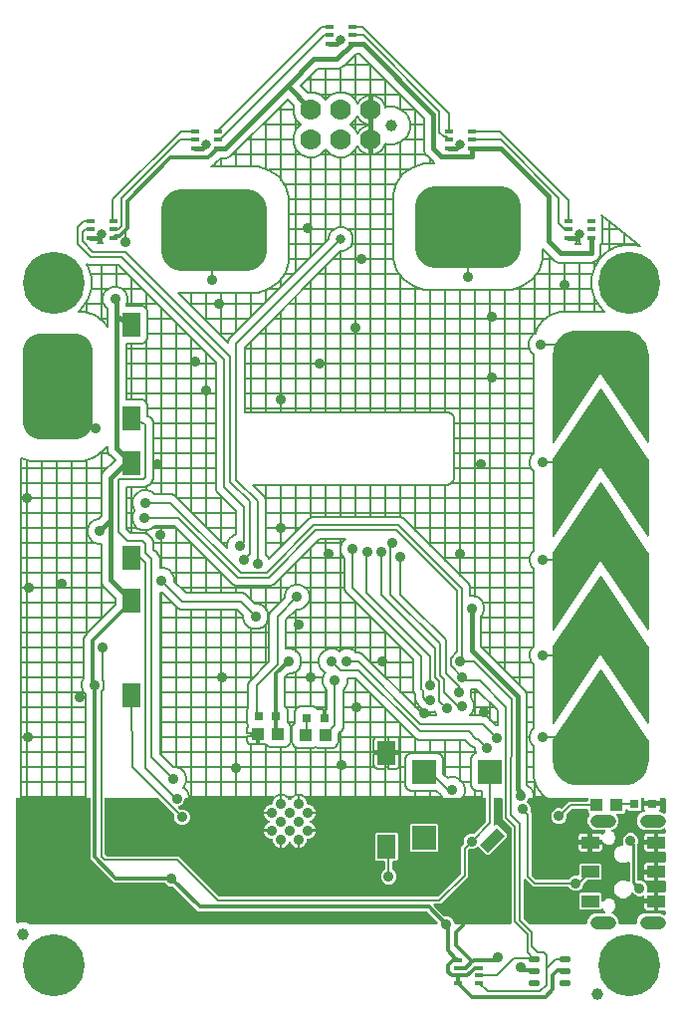
<source format=gbr>
G04 EAGLE Gerber RS-274X export*
G75*
%MOMM*%
%FSLAX34Y34*%
%LPD*%
%INTop Copper*%
%IPPOS*%
%AMOC8*
5,1,8,0,0,1.08239X$1,22.5*%
G01*
%ADD10R,0.800000X0.800000*%
%ADD11R,1.075000X1.000000*%
%ADD12C,1.108000*%
%ADD13C,0.908000*%
%ADD14R,1.500000X2.000000*%
%ADD15R,2.000000X2.000000*%
%ADD16R,2.000000X1.000000*%
%ADD17R,0.700000X0.350000*%
%ADD18R,0.725000X0.350000*%
%ADD19R,1.500000X1.000000*%
%ADD20C,3.000000*%
%ADD21C,3.500000*%
%ADD22R,1.270000X1.270000*%
%ADD23C,5.266000*%
%ADD24C,0.250000*%
%ADD25C,1.778000*%
%ADD26C,1.000000*%
%ADD27C,0.203200*%
%ADD28C,0.906400*%
%ADD29C,0.806400*%
%ADD30C,0.406400*%
%ADD31C,0.304800*%
%ADD32C,0.889000*%
%ADD33C,0.254000*%
%ADD34C,0.800100*%

G36*
X361623Y93231D02*
X361623Y93231D01*
X361711Y93234D01*
X361763Y93251D01*
X361818Y93259D01*
X361898Y93294D01*
X361981Y93321D01*
X362020Y93349D01*
X362078Y93375D01*
X362191Y93471D01*
X362255Y93516D01*
X381155Y112416D01*
X381207Y112486D01*
X381267Y112550D01*
X381293Y112600D01*
X381326Y112644D01*
X381357Y112725D01*
X381397Y112803D01*
X381405Y112851D01*
X381427Y112909D01*
X381439Y113057D01*
X381452Y113134D01*
X381452Y135574D01*
X383535Y137657D01*
X383536Y137657D01*
X383758Y137880D01*
X383759Y137881D01*
X383760Y137882D01*
X383847Y137998D01*
X383929Y138107D01*
X383930Y138108D01*
X383930Y138110D01*
X383981Y138243D01*
X384030Y138373D01*
X384030Y138374D01*
X384031Y138376D01*
X384042Y138511D01*
X384054Y138656D01*
X384053Y138657D01*
X384054Y138659D01*
X384050Y138673D01*
X383998Y138935D01*
X383984Y138962D01*
X383978Y138986D01*
X383960Y139029D01*
X383960Y141641D01*
X384960Y144054D01*
X386806Y145900D01*
X389219Y146900D01*
X391831Y146900D01*
X391874Y146882D01*
X391876Y146881D01*
X391877Y146881D01*
X392014Y146846D01*
X392149Y146811D01*
X392151Y146811D01*
X392152Y146811D01*
X392293Y146815D01*
X392433Y146819D01*
X392435Y146820D01*
X392437Y146820D01*
X392571Y146863D01*
X392704Y146906D01*
X392706Y146907D01*
X392707Y146907D01*
X392719Y146916D01*
X392940Y147064D01*
X392960Y147087D01*
X392980Y147102D01*
X402745Y156866D01*
X402797Y156936D01*
X402857Y157000D01*
X402883Y157050D01*
X402916Y157094D01*
X402947Y157175D01*
X402987Y157253D01*
X402995Y157301D01*
X403017Y157359D01*
X403029Y157507D01*
X403042Y157584D01*
X403042Y176530D01*
X403034Y176588D01*
X403036Y176646D01*
X403014Y176728D01*
X403002Y176812D01*
X402979Y176865D01*
X402964Y176921D01*
X402921Y176994D01*
X402886Y177071D01*
X402848Y177116D01*
X402819Y177166D01*
X402757Y177224D01*
X402703Y177288D01*
X402654Y177320D01*
X402611Y177360D01*
X402536Y177399D01*
X402466Y177446D01*
X402410Y177463D01*
X402358Y177490D01*
X402290Y177501D01*
X402195Y177531D01*
X402095Y177534D01*
X402027Y177545D01*
X375812Y177545D01*
X375782Y177541D01*
X375751Y177543D01*
X375674Y177526D01*
X375531Y177505D01*
X375472Y177479D01*
X375424Y177468D01*
X375321Y177425D01*
X372709Y177425D01*
X372606Y177468D01*
X372576Y177476D01*
X372549Y177490D01*
X372471Y177503D01*
X372331Y177539D01*
X372266Y177537D01*
X372218Y177545D01*
X250148Y177545D01*
X250076Y177535D01*
X250004Y177535D01*
X249936Y177515D01*
X249866Y177505D01*
X249801Y177476D01*
X249731Y177456D01*
X249671Y177418D01*
X249607Y177389D01*
X249552Y177343D01*
X249491Y177304D01*
X249444Y177251D01*
X249390Y177206D01*
X249350Y177145D01*
X249302Y177091D01*
X249272Y177028D01*
X249232Y176969D01*
X249211Y176900D01*
X249180Y176835D01*
X249168Y176765D01*
X249147Y176698D01*
X249145Y176626D01*
X249133Y176554D01*
X249141Y176484D01*
X249139Y176414D01*
X249158Y176344D01*
X249166Y176272D01*
X249191Y176217D01*
X249211Y176139D01*
X249273Y176035D01*
X249304Y175966D01*
X249652Y175445D01*
X250186Y174156D01*
X250458Y172788D01*
X250458Y172687D01*
X250466Y172629D01*
X250464Y172571D01*
X250486Y172489D01*
X250498Y172405D01*
X250521Y172352D01*
X250536Y172296D01*
X250579Y172223D01*
X250614Y172146D01*
X250652Y172101D01*
X250681Y172051D01*
X250743Y171993D01*
X250797Y171929D01*
X250846Y171897D01*
X250889Y171857D01*
X250964Y171818D01*
X251034Y171771D01*
X251090Y171754D01*
X251142Y171727D01*
X251210Y171716D01*
X251305Y171686D01*
X251405Y171683D01*
X251473Y171672D01*
X251574Y171672D01*
X252942Y171400D01*
X254231Y170866D01*
X255391Y170091D01*
X256377Y169105D01*
X257152Y167945D01*
X257686Y166656D01*
X257894Y165606D01*
X250877Y165606D01*
X250819Y165598D01*
X250761Y165600D01*
X250679Y165578D01*
X250596Y165567D01*
X250542Y165543D01*
X250486Y165528D01*
X250413Y165485D01*
X250336Y165450D01*
X250292Y165413D01*
X250242Y165383D01*
X250184Y165321D01*
X250119Y165267D01*
X250087Y165218D01*
X250047Y165175D01*
X250009Y165100D01*
X249962Y165030D01*
X249944Y164974D01*
X249918Y164922D01*
X249906Y164854D01*
X249876Y164759D01*
X249873Y164659D01*
X249862Y164591D01*
X249870Y164533D01*
X249869Y164475D01*
X249869Y164474D01*
X249890Y164393D01*
X249902Y164309D01*
X249926Y164256D01*
X249941Y164199D01*
X249984Y164127D01*
X250018Y164050D01*
X250056Y164005D01*
X250086Y163955D01*
X250147Y163897D01*
X250202Y163833D01*
X250250Y163801D01*
X250293Y163760D01*
X250368Y163722D01*
X250438Y163675D01*
X250494Y163658D01*
X250546Y163631D01*
X250614Y163620D01*
X250709Y163590D01*
X250809Y163587D01*
X250877Y163576D01*
X257894Y163576D01*
X257686Y162526D01*
X257152Y161237D01*
X256377Y160077D01*
X255391Y159091D01*
X254231Y158316D01*
X253538Y158029D01*
X253513Y158014D01*
X253484Y158005D01*
X253390Y157942D01*
X253293Y157885D01*
X253273Y157863D01*
X253248Y157847D01*
X253175Y157760D01*
X253098Y157678D01*
X253084Y157652D01*
X253065Y157629D01*
X253019Y157526D01*
X252967Y157425D01*
X252962Y157396D01*
X252950Y157369D01*
X252934Y157257D01*
X252912Y157146D01*
X252915Y157117D01*
X252911Y157088D01*
X252927Y156976D01*
X252937Y156863D01*
X252947Y156835D01*
X252952Y156807D01*
X252998Y156703D01*
X253039Y156598D01*
X253057Y156574D01*
X253069Y156547D01*
X253142Y156461D01*
X253211Y156371D01*
X253234Y156353D01*
X253253Y156331D01*
X253319Y156290D01*
X253438Y156201D01*
X253497Y156179D01*
X253538Y156153D01*
X254231Y155866D01*
X255391Y155091D01*
X256377Y154105D01*
X257152Y152945D01*
X257686Y151656D01*
X257894Y150606D01*
X250877Y150606D01*
X250819Y150598D01*
X250761Y150600D01*
X250679Y150578D01*
X250596Y150567D01*
X250542Y150543D01*
X250486Y150528D01*
X250413Y150485D01*
X250336Y150450D01*
X250292Y150413D01*
X250242Y150383D01*
X250184Y150321D01*
X250119Y150267D01*
X250087Y150218D01*
X250047Y150175D01*
X250009Y150100D01*
X249962Y150030D01*
X249944Y149974D01*
X249918Y149922D01*
X249906Y149854D01*
X249876Y149759D01*
X249873Y149659D01*
X249862Y149591D01*
X249870Y149533D01*
X249869Y149475D01*
X249869Y149474D01*
X249890Y149393D01*
X249902Y149309D01*
X249926Y149256D01*
X249941Y149199D01*
X249984Y149127D01*
X250018Y149050D01*
X250056Y149005D01*
X250086Y148955D01*
X250147Y148897D01*
X250202Y148833D01*
X250250Y148801D01*
X250293Y148760D01*
X250368Y148722D01*
X250438Y148675D01*
X250494Y148658D01*
X250546Y148631D01*
X250614Y148620D01*
X250709Y148590D01*
X250809Y148587D01*
X250877Y148576D01*
X257894Y148576D01*
X257686Y147526D01*
X257152Y146237D01*
X256377Y145077D01*
X255391Y144091D01*
X254231Y143316D01*
X252942Y142782D01*
X251574Y142510D01*
X251473Y142510D01*
X251415Y142502D01*
X251356Y142504D01*
X251275Y142482D01*
X251191Y142470D01*
X251138Y142446D01*
X251081Y142432D01*
X251009Y142389D01*
X250932Y142354D01*
X250887Y142316D01*
X250837Y142286D01*
X250779Y142225D01*
X250715Y142171D01*
X250683Y142122D01*
X250643Y142079D01*
X250604Y142004D01*
X250557Y141934D01*
X250540Y141878D01*
X250513Y141826D01*
X250502Y141758D01*
X250472Y141663D01*
X250469Y141563D01*
X250458Y141495D01*
X250458Y141394D01*
X250186Y140026D01*
X249652Y138737D01*
X248877Y137577D01*
X247891Y136591D01*
X246731Y135816D01*
X245442Y135282D01*
X244392Y135074D01*
X244392Y142091D01*
X244384Y142149D01*
X244386Y142207D01*
X244364Y142289D01*
X244353Y142372D01*
X244329Y142426D01*
X244314Y142482D01*
X244271Y142555D01*
X244236Y142632D01*
X244199Y142676D01*
X244169Y142726D01*
X244107Y142784D01*
X244053Y142849D01*
X244004Y142881D01*
X243961Y142921D01*
X243886Y142959D01*
X243816Y143006D01*
X243760Y143024D01*
X243708Y143050D01*
X243640Y143062D01*
X243545Y143092D01*
X243445Y143095D01*
X243377Y143106D01*
X243319Y143098D01*
X243261Y143099D01*
X243260Y143099D01*
X243179Y143078D01*
X243095Y143066D01*
X243042Y143042D01*
X242985Y143027D01*
X242913Y142984D01*
X242836Y142950D01*
X242791Y142912D01*
X242741Y142882D01*
X242683Y142821D01*
X242619Y142766D01*
X242587Y142718D01*
X242546Y142675D01*
X242508Y142600D01*
X242461Y142530D01*
X242444Y142474D01*
X242417Y142422D01*
X242406Y142354D01*
X242376Y142259D01*
X242373Y142159D01*
X242362Y142091D01*
X242362Y135074D01*
X241312Y135282D01*
X240023Y135816D01*
X238863Y136591D01*
X237877Y137577D01*
X237102Y138737D01*
X236815Y139430D01*
X236800Y139456D01*
X236791Y139484D01*
X236728Y139578D01*
X236670Y139675D01*
X236649Y139695D01*
X236633Y139720D01*
X236546Y139793D01*
X236464Y139870D01*
X236438Y139884D01*
X236415Y139903D01*
X236312Y139949D01*
X236211Y140001D01*
X236182Y140006D01*
X236155Y140018D01*
X236043Y140034D01*
X235932Y140056D01*
X235903Y140053D01*
X235874Y140057D01*
X235762Y140041D01*
X235649Y140031D01*
X235622Y140021D01*
X235592Y140016D01*
X235489Y139970D01*
X235384Y139929D01*
X235360Y139911D01*
X235333Y139899D01*
X235247Y139826D01*
X235157Y139757D01*
X235139Y139734D01*
X235117Y139715D01*
X235075Y139648D01*
X234987Y139530D01*
X234965Y139471D01*
X234939Y139430D01*
X234652Y138737D01*
X233877Y137577D01*
X232891Y136591D01*
X231731Y135816D01*
X230442Y135282D01*
X229392Y135074D01*
X229392Y142091D01*
X229384Y142149D01*
X229386Y142207D01*
X229364Y142289D01*
X229353Y142372D01*
X229329Y142426D01*
X229314Y142482D01*
X229271Y142555D01*
X229236Y142632D01*
X229199Y142676D01*
X229169Y142726D01*
X229107Y142784D01*
X229053Y142849D01*
X229004Y142881D01*
X228961Y142921D01*
X228886Y142959D01*
X228816Y143006D01*
X228760Y143024D01*
X228708Y143050D01*
X228640Y143062D01*
X228545Y143092D01*
X228445Y143095D01*
X228377Y143106D01*
X228319Y143098D01*
X228261Y143099D01*
X228260Y143099D01*
X228179Y143078D01*
X228095Y143066D01*
X228042Y143042D01*
X227985Y143027D01*
X227913Y142984D01*
X227836Y142950D01*
X227791Y142912D01*
X227741Y142882D01*
X227683Y142821D01*
X227619Y142766D01*
X227587Y142718D01*
X227546Y142675D01*
X227508Y142600D01*
X227461Y142530D01*
X227444Y142474D01*
X227417Y142422D01*
X227406Y142354D01*
X227376Y142259D01*
X227373Y142159D01*
X227362Y142091D01*
X227362Y135074D01*
X226312Y135282D01*
X225023Y135816D01*
X223863Y136591D01*
X222877Y137577D01*
X222102Y138737D01*
X221568Y140026D01*
X221296Y141394D01*
X221296Y141495D01*
X221288Y141553D01*
X221290Y141611D01*
X221268Y141693D01*
X221256Y141777D01*
X221233Y141830D01*
X221218Y141886D01*
X221175Y141959D01*
X221140Y142036D01*
X221102Y142081D01*
X221073Y142131D01*
X221011Y142189D01*
X220957Y142253D01*
X220908Y142285D01*
X220865Y142325D01*
X220790Y142364D01*
X220720Y142411D01*
X220664Y142428D01*
X220612Y142455D01*
X220544Y142466D01*
X220449Y142496D01*
X220349Y142499D01*
X220281Y142510D01*
X220180Y142510D01*
X218812Y142782D01*
X217523Y143316D01*
X216363Y144091D01*
X215377Y145077D01*
X214602Y146237D01*
X214068Y147526D01*
X213860Y148576D01*
X220877Y148576D01*
X220935Y148584D01*
X220993Y148582D01*
X221075Y148604D01*
X221158Y148615D01*
X221212Y148639D01*
X221268Y148654D01*
X221341Y148697D01*
X221418Y148732D01*
X221462Y148769D01*
X221512Y148799D01*
X221570Y148861D01*
X221635Y148915D01*
X221667Y148964D01*
X221707Y149007D01*
X221745Y149082D01*
X221792Y149152D01*
X221810Y149208D01*
X221836Y149260D01*
X221848Y149328D01*
X221878Y149423D01*
X221881Y149523D01*
X221892Y149591D01*
X221884Y149649D01*
X221885Y149686D01*
X221885Y149707D01*
X221864Y149789D01*
X221852Y149873D01*
X221828Y149926D01*
X221813Y149983D01*
X221770Y150055D01*
X221736Y150132D01*
X221698Y150177D01*
X221668Y150227D01*
X221607Y150285D01*
X221552Y150349D01*
X221504Y150381D01*
X221461Y150421D01*
X221386Y150460D01*
X221316Y150507D01*
X221260Y150524D01*
X221208Y150551D01*
X221140Y150562D01*
X221045Y150592D01*
X220945Y150595D01*
X220877Y150606D01*
X213860Y150606D01*
X214068Y151656D01*
X214602Y152945D01*
X215377Y154105D01*
X216363Y155091D01*
X217523Y155866D01*
X218216Y156153D01*
X218241Y156168D01*
X218270Y156177D01*
X218364Y156240D01*
X218461Y156297D01*
X218481Y156319D01*
X218506Y156335D01*
X218579Y156422D01*
X218656Y156504D01*
X218670Y156530D01*
X218689Y156553D01*
X218735Y156656D01*
X218787Y156757D01*
X218792Y156786D01*
X218804Y156813D01*
X218820Y156925D01*
X218842Y157036D01*
X218839Y157065D01*
X218843Y157094D01*
X218827Y157206D01*
X218817Y157319D01*
X218807Y157347D01*
X218802Y157375D01*
X218756Y157479D01*
X218715Y157584D01*
X218697Y157608D01*
X218685Y157635D01*
X218612Y157721D01*
X218543Y157811D01*
X218520Y157829D01*
X218501Y157851D01*
X218435Y157892D01*
X218316Y157981D01*
X218257Y158003D01*
X218216Y158029D01*
X217523Y158316D01*
X216363Y159091D01*
X215377Y160077D01*
X214602Y161237D01*
X214068Y162526D01*
X213860Y163576D01*
X220877Y163576D01*
X220935Y163584D01*
X220993Y163582D01*
X221075Y163604D01*
X221158Y163615D01*
X221212Y163639D01*
X221268Y163654D01*
X221341Y163697D01*
X221418Y163732D01*
X221462Y163769D01*
X221512Y163799D01*
X221570Y163861D01*
X221635Y163915D01*
X221667Y163964D01*
X221707Y164007D01*
X221745Y164082D01*
X221792Y164152D01*
X221810Y164208D01*
X221836Y164260D01*
X221848Y164328D01*
X221878Y164423D01*
X221881Y164523D01*
X221892Y164591D01*
X221884Y164649D01*
X221885Y164707D01*
X221864Y164789D01*
X221852Y164873D01*
X221828Y164926D01*
X221813Y164983D01*
X221770Y165055D01*
X221736Y165132D01*
X221698Y165177D01*
X221668Y165227D01*
X221607Y165285D01*
X221552Y165349D01*
X221504Y165381D01*
X221461Y165421D01*
X221386Y165460D01*
X221316Y165507D01*
X221260Y165524D01*
X221208Y165551D01*
X221140Y165562D01*
X221045Y165592D01*
X220945Y165595D01*
X220877Y165606D01*
X213860Y165606D01*
X214068Y166656D01*
X214602Y167945D01*
X215377Y169105D01*
X216363Y170091D01*
X217523Y170866D01*
X218812Y171400D01*
X220180Y171672D01*
X220281Y171672D01*
X220339Y171680D01*
X220397Y171678D01*
X220479Y171700D01*
X220563Y171712D01*
X220616Y171735D01*
X220672Y171750D01*
X220745Y171793D01*
X220822Y171828D01*
X220867Y171866D01*
X220917Y171895D01*
X220975Y171957D01*
X221039Y172011D01*
X221071Y172060D01*
X221111Y172103D01*
X221150Y172178D01*
X221197Y172248D01*
X221214Y172304D01*
X221241Y172356D01*
X221252Y172424D01*
X221282Y172519D01*
X221285Y172619D01*
X221296Y172687D01*
X221296Y172788D01*
X221568Y174156D01*
X222102Y175445D01*
X222450Y175966D01*
X222482Y176031D01*
X222522Y176091D01*
X222543Y176159D01*
X222574Y176222D01*
X222586Y176293D01*
X222607Y176362D01*
X222609Y176433D01*
X222621Y176502D01*
X222613Y176574D01*
X222615Y176646D01*
X222597Y176715D01*
X222589Y176785D01*
X222561Y176852D01*
X222543Y176921D01*
X222507Y176982D01*
X222480Y177047D01*
X222434Y177104D01*
X222398Y177166D01*
X222346Y177214D01*
X222302Y177269D01*
X222243Y177311D01*
X222190Y177360D01*
X222127Y177392D01*
X222070Y177433D01*
X222001Y177457D01*
X221937Y177490D01*
X221878Y177500D01*
X221801Y177526D01*
X221681Y177533D01*
X221606Y177545D01*
X147560Y177545D01*
X147502Y177537D01*
X147444Y177539D01*
X147362Y177517D01*
X147278Y177505D01*
X147225Y177481D01*
X147168Y177467D01*
X147096Y177424D01*
X147019Y177389D01*
X146974Y177351D01*
X146924Y177321D01*
X146866Y177260D01*
X146802Y177205D01*
X146770Y177157D01*
X146730Y177114D01*
X146691Y177039D01*
X146644Y176969D01*
X146627Y176913D01*
X146600Y176861D01*
X146589Y176793D01*
X146559Y176698D01*
X146556Y176598D01*
X146545Y176530D01*
X146545Y175504D01*
X145545Y173091D01*
X143699Y171245D01*
X141375Y170282D01*
X141276Y170224D01*
X141174Y170171D01*
X141154Y170152D01*
X141130Y170137D01*
X141051Y170054D01*
X140968Y169975D01*
X140954Y169951D01*
X140935Y169931D01*
X140882Y169829D01*
X140824Y169730D01*
X140817Y169703D01*
X140804Y169678D01*
X140782Y169565D01*
X140754Y169454D01*
X140755Y169426D01*
X140749Y169399D01*
X140759Y169285D01*
X140763Y169170D01*
X140771Y169144D01*
X140774Y169116D01*
X140815Y169009D01*
X140850Y168899D01*
X140865Y168879D01*
X140876Y168851D01*
X141037Y168638D01*
X141045Y168626D01*
X141970Y167702D01*
X141971Y167701D01*
X141972Y167699D01*
X142088Y167612D01*
X142197Y167531D01*
X142198Y167530D01*
X142200Y167529D01*
X142334Y167478D01*
X142462Y167430D01*
X142464Y167430D01*
X142466Y167429D01*
X142607Y167418D01*
X142746Y167406D01*
X142747Y167406D01*
X142749Y167406D01*
X142764Y167410D01*
X143024Y167462D01*
X143052Y167476D01*
X143076Y167482D01*
X143119Y167500D01*
X145731Y167500D01*
X148144Y166500D01*
X149990Y164654D01*
X150990Y162241D01*
X150990Y159629D01*
X149990Y157216D01*
X148144Y155370D01*
X145731Y154370D01*
X143119Y154370D01*
X140706Y155370D01*
X138860Y157216D01*
X137860Y159629D01*
X137860Y162241D01*
X137878Y162284D01*
X137878Y162285D01*
X137879Y162287D01*
X137913Y162421D01*
X137949Y162559D01*
X137949Y162561D01*
X137949Y162562D01*
X137945Y162699D01*
X137941Y162843D01*
X137940Y162845D01*
X137940Y162846D01*
X137898Y162977D01*
X137854Y163114D01*
X137853Y163115D01*
X137853Y163117D01*
X137844Y163129D01*
X137696Y163350D01*
X137672Y163370D01*
X137658Y163390D01*
X123800Y177248D01*
X123730Y177300D01*
X123667Y177360D01*
X123617Y177386D01*
X123573Y177419D01*
X123491Y177450D01*
X123413Y177490D01*
X123366Y177498D01*
X123307Y177520D01*
X123160Y177532D01*
X123082Y177545D01*
X79756Y177545D01*
X79698Y177537D01*
X79640Y177539D01*
X79558Y177517D01*
X79474Y177505D01*
X79421Y177481D01*
X79365Y177467D01*
X79292Y177424D01*
X79215Y177389D01*
X79170Y177351D01*
X79120Y177321D01*
X79062Y177260D01*
X78998Y177205D01*
X78966Y177157D01*
X78926Y177114D01*
X78887Y177039D01*
X78840Y176969D01*
X78823Y176913D01*
X78796Y176861D01*
X78785Y176793D01*
X78755Y176698D01*
X78752Y176598D01*
X78741Y176530D01*
X78741Y129307D01*
X78753Y129221D01*
X78756Y129133D01*
X78773Y129080D01*
X78781Y129026D01*
X78816Y128946D01*
X78843Y128863D01*
X78871Y128823D01*
X78897Y128766D01*
X78993Y128653D01*
X79038Y128589D01*
X79710Y127917D01*
X79780Y127865D01*
X79844Y127805D01*
X79893Y127779D01*
X79937Y127746D01*
X80019Y127715D01*
X80097Y127675D01*
X80145Y127667D01*
X80203Y127645D01*
X80351Y127633D01*
X80428Y127620D01*
X141563Y127620D01*
X175666Y93516D01*
X175736Y93464D01*
X175800Y93404D01*
X175849Y93378D01*
X175893Y93345D01*
X175975Y93314D01*
X176053Y93274D01*
X176101Y93266D01*
X176159Y93244D01*
X176307Y93232D01*
X176384Y93219D01*
X361537Y93219D01*
X361623Y93231D01*
G37*
G36*
X361228Y70109D02*
X361228Y70109D01*
X361258Y70106D01*
X361369Y70129D01*
X361481Y70145D01*
X361507Y70157D01*
X361536Y70162D01*
X361637Y70215D01*
X361740Y70261D01*
X361763Y70280D01*
X361789Y70293D01*
X361871Y70371D01*
X361957Y70445D01*
X361973Y70469D01*
X361995Y70489D01*
X362052Y70587D01*
X362115Y70681D01*
X362124Y70709D01*
X362138Y70734D01*
X362166Y70844D01*
X362201Y70952D01*
X362201Y70982D01*
X362208Y71010D01*
X362205Y71123D01*
X362208Y71236D01*
X362200Y71265D01*
X362199Y71294D01*
X362165Y71402D01*
X362136Y71511D01*
X362121Y71537D01*
X362112Y71565D01*
X362066Y71628D01*
X361991Y71756D01*
X361945Y71799D01*
X361917Y71838D01*
X353003Y80752D01*
X352933Y80804D01*
X352869Y80864D01*
X352820Y80890D01*
X352776Y80923D01*
X352694Y80954D01*
X352616Y80994D01*
X352569Y81002D01*
X352510Y81024D01*
X352363Y81036D01*
X352285Y81049D01*
X157912Y81049D01*
X137087Y101874D01*
X137017Y101926D01*
X136953Y101986D01*
X136904Y102012D01*
X136860Y102045D01*
X136778Y102076D01*
X136700Y102116D01*
X136653Y102124D01*
X136594Y102146D01*
X136447Y102158D01*
X136369Y102171D01*
X133949Y102171D01*
X131536Y103171D01*
X129825Y104882D01*
X129755Y104934D01*
X129691Y104994D01*
X129642Y105020D01*
X129598Y105053D01*
X129516Y105084D01*
X129438Y105124D01*
X129391Y105132D01*
X129332Y105154D01*
X129185Y105166D01*
X129107Y105179D01*
X86641Y105179D01*
X66293Y125527D01*
X66293Y176530D01*
X66285Y176588D01*
X66287Y176646D01*
X66265Y176728D01*
X66253Y176811D01*
X66230Y176865D01*
X66215Y176921D01*
X66172Y176994D01*
X66137Y177071D01*
X66099Y177116D01*
X66070Y177166D01*
X66008Y177224D01*
X65954Y177288D01*
X65905Y177320D01*
X65862Y177360D01*
X65787Y177399D01*
X65717Y177445D01*
X65661Y177463D01*
X65609Y177490D01*
X65541Y177501D01*
X65446Y177531D01*
X65346Y177534D01*
X65278Y177545D01*
X4318Y177545D01*
X4260Y177537D01*
X4202Y177539D01*
X4120Y177517D01*
X4036Y177505D01*
X3983Y177481D01*
X3927Y177467D01*
X3854Y177424D01*
X3777Y177389D01*
X3732Y177351D01*
X3682Y177321D01*
X3624Y177260D01*
X3560Y177205D01*
X3528Y177157D01*
X3488Y177114D01*
X3449Y177039D01*
X3402Y176969D01*
X3385Y176913D01*
X3358Y176861D01*
X3347Y176793D01*
X3317Y176698D01*
X3314Y176598D01*
X3303Y176530D01*
X3303Y71575D01*
X3308Y71536D01*
X3306Y71497D01*
X3328Y71396D01*
X3343Y71294D01*
X3359Y71258D01*
X3367Y71220D01*
X3416Y71129D01*
X3459Y71034D01*
X3484Y71004D01*
X3503Y70970D01*
X3576Y70896D01*
X3642Y70817D01*
X3675Y70796D01*
X3702Y70768D01*
X3793Y70717D01*
X3879Y70660D01*
X3916Y70648D01*
X3950Y70629D01*
X4051Y70605D01*
X4150Y70574D01*
X4189Y70573D01*
X4227Y70564D01*
X4331Y70569D01*
X4434Y70566D01*
X4472Y70576D01*
X4511Y70578D01*
X4584Y70606D01*
X4709Y70638D01*
X4773Y70676D01*
X4826Y70696D01*
X6234Y71509D01*
X11546Y71509D01*
X13743Y70241D01*
X13833Y70205D01*
X13919Y70160D01*
X13959Y70154D01*
X14006Y70135D01*
X14177Y70117D01*
X14250Y70105D01*
X361199Y70105D01*
X361228Y70109D01*
G37*
G36*
X488266Y70113D02*
X488266Y70113D01*
X488324Y70111D01*
X488406Y70133D01*
X488490Y70145D01*
X488543Y70169D01*
X488599Y70183D01*
X488672Y70226D01*
X488749Y70261D01*
X488794Y70299D01*
X488844Y70329D01*
X488902Y70390D01*
X488966Y70445D01*
X488998Y70493D01*
X489038Y70536D01*
X489077Y70611D01*
X489124Y70681D01*
X489141Y70737D01*
X489168Y70789D01*
X489179Y70857D01*
X489209Y70952D01*
X489212Y71052D01*
X489223Y71120D01*
X489223Y72861D01*
X490376Y75645D01*
X492506Y77775D01*
X495290Y78928D01*
X503423Y78928D01*
X503452Y78932D01*
X503481Y78929D01*
X503592Y78952D01*
X503704Y78968D01*
X503731Y78980D01*
X503760Y78985D01*
X503861Y79038D01*
X503964Y79084D01*
X503986Y79103D01*
X504012Y79116D01*
X504094Y79194D01*
X504181Y79267D01*
X504197Y79292D01*
X504218Y79312D01*
X504276Y79410D01*
X504338Y79504D01*
X504347Y79532D01*
X504362Y79557D01*
X504390Y79667D01*
X504424Y79775D01*
X504425Y79805D01*
X504432Y79833D01*
X504429Y79946D01*
X504431Y80059D01*
X504424Y80088D01*
X504423Y80117D01*
X504388Y80225D01*
X504360Y80334D01*
X504345Y80360D01*
X504336Y80388D01*
X504290Y80451D01*
X504214Y80579D01*
X504169Y80622D01*
X504141Y80661D01*
X502427Y82375D01*
X502218Y82878D01*
X502160Y82977D01*
X502107Y83079D01*
X502088Y83099D01*
X502074Y83123D01*
X501990Y83202D01*
X501911Y83285D01*
X501887Y83299D01*
X501867Y83318D01*
X501765Y83371D01*
X501666Y83429D01*
X501639Y83436D01*
X501614Y83449D01*
X501501Y83471D01*
X501390Y83499D01*
X501363Y83498D01*
X501335Y83504D01*
X501221Y83494D01*
X501106Y83490D01*
X501080Y83482D01*
X501052Y83479D01*
X500945Y83438D01*
X500836Y83403D01*
X500815Y83388D01*
X500787Y83377D01*
X500574Y83216D01*
X500562Y83208D01*
X499772Y82417D01*
X483088Y82417D01*
X481897Y83608D01*
X481897Y95292D01*
X483088Y96483D01*
X499772Y96483D01*
X500963Y95292D01*
X500963Y89922D01*
X500967Y89893D01*
X500964Y89864D01*
X500987Y89753D01*
X501003Y89641D01*
X501015Y89614D01*
X501020Y89585D01*
X501073Y89484D01*
X501119Y89381D01*
X501138Y89359D01*
X501151Y89333D01*
X501229Y89251D01*
X501302Y89164D01*
X501327Y89148D01*
X501347Y89127D01*
X501445Y89069D01*
X501539Y89007D01*
X501567Y88998D01*
X501592Y88983D01*
X501702Y88955D01*
X501810Y88921D01*
X501840Y88920D01*
X501868Y88913D01*
X501981Y88916D01*
X502094Y88914D01*
X502123Y88921D01*
X502152Y88922D01*
X502260Y88957D01*
X502369Y88985D01*
X502395Y89000D01*
X502423Y89009D01*
X502487Y89055D01*
X502614Y89131D01*
X502657Y89176D01*
X502696Y89204D01*
X504056Y90564D01*
X506184Y91446D01*
X508488Y91446D01*
X510616Y90564D01*
X512245Y88935D01*
X513127Y86807D01*
X513127Y84503D01*
X512245Y82375D01*
X510616Y80746D01*
X510069Y80519D01*
X510044Y80504D01*
X510016Y80495D01*
X509922Y80432D01*
X509824Y80375D01*
X509804Y80353D01*
X509780Y80337D01*
X509707Y80250D01*
X509629Y80168D01*
X509616Y80142D01*
X509597Y80120D01*
X509551Y80016D01*
X509499Y79915D01*
X509493Y79887D01*
X509481Y79860D01*
X509466Y79748D01*
X509444Y79636D01*
X509446Y79607D01*
X509442Y79578D01*
X509458Y79466D01*
X509468Y79353D01*
X509479Y79326D01*
X509483Y79297D01*
X509530Y79194D01*
X509570Y79088D01*
X509588Y79064D01*
X509600Y79038D01*
X509673Y78952D01*
X509742Y78861D01*
X509765Y78844D01*
X509784Y78821D01*
X509851Y78780D01*
X509970Y78691D01*
X510028Y78669D01*
X510069Y78643D01*
X512166Y77775D01*
X514296Y75645D01*
X515449Y72861D01*
X515449Y71120D01*
X515457Y71062D01*
X515455Y71004D01*
X515477Y70922D01*
X515489Y70839D01*
X515512Y70785D01*
X515527Y70729D01*
X515570Y70656D01*
X515605Y70579D01*
X515643Y70534D01*
X515672Y70484D01*
X515734Y70426D01*
X515788Y70362D01*
X515837Y70330D01*
X515880Y70290D01*
X515955Y70251D01*
X516025Y70205D01*
X516081Y70187D01*
X516133Y70160D01*
X516201Y70149D01*
X516296Y70119D01*
X516396Y70116D01*
X516464Y70105D01*
X530008Y70105D01*
X530066Y70113D01*
X530124Y70111D01*
X530206Y70133D01*
X530290Y70145D01*
X530343Y70169D01*
X530399Y70183D01*
X530472Y70226D01*
X530549Y70261D01*
X530594Y70299D01*
X530644Y70329D01*
X530702Y70390D01*
X530766Y70445D01*
X530798Y70493D01*
X530838Y70536D01*
X530877Y70611D01*
X530924Y70681D01*
X530941Y70737D01*
X530968Y70789D01*
X530979Y70857D01*
X531009Y70952D01*
X531012Y71052D01*
X531023Y71120D01*
X531023Y72861D01*
X532176Y75645D01*
X534306Y77775D01*
X537090Y78928D01*
X551182Y78928D01*
X554093Y77722D01*
X554205Y77693D01*
X554314Y77659D01*
X554342Y77658D01*
X554369Y77651D01*
X554483Y77654D01*
X554598Y77651D01*
X554625Y77658D01*
X554653Y77659D01*
X554762Y77694D01*
X554873Y77723D01*
X554897Y77737D01*
X554924Y77746D01*
X555019Y77810D01*
X555118Y77868D01*
X555137Y77889D01*
X555160Y77904D01*
X555234Y77992D01*
X555312Y78076D01*
X555325Y78100D01*
X555343Y78122D01*
X555389Y78226D01*
X555442Y78329D01*
X555446Y78353D01*
X555458Y78381D01*
X555495Y78645D01*
X555497Y78660D01*
X555497Y80894D01*
X555489Y80952D01*
X555491Y81010D01*
X555469Y81092D01*
X555457Y81176D01*
X555434Y81229D01*
X555419Y81285D01*
X555376Y81358D01*
X555341Y81435D01*
X555303Y81480D01*
X555274Y81530D01*
X555212Y81588D01*
X555158Y81652D01*
X555109Y81684D01*
X555066Y81724D01*
X554991Y81763D01*
X554921Y81810D01*
X554865Y81827D01*
X554813Y81854D01*
X554745Y81865D01*
X554650Y81895D01*
X554550Y81898D01*
X554482Y81909D01*
X549461Y81909D01*
X549461Y88434D01*
X549454Y88483D01*
X549454Y88496D01*
X549453Y88500D01*
X549454Y88550D01*
X549433Y88632D01*
X549421Y88715D01*
X549397Y88769D01*
X549383Y88825D01*
X549340Y88898D01*
X549305Y88975D01*
X549267Y89019D01*
X549237Y89070D01*
X549176Y89127D01*
X549121Y89192D01*
X549073Y89224D01*
X549030Y89264D01*
X548955Y89303D01*
X548885Y89349D01*
X548829Y89367D01*
X548777Y89394D01*
X548709Y89405D01*
X548614Y89435D01*
X548514Y89438D01*
X548446Y89449D01*
X547429Y89449D01*
X547429Y89451D01*
X548446Y89451D01*
X548504Y89459D01*
X548562Y89458D01*
X548644Y89479D01*
X548727Y89491D01*
X548781Y89515D01*
X548837Y89529D01*
X548910Y89572D01*
X548987Y89607D01*
X549031Y89645D01*
X549082Y89675D01*
X549139Y89736D01*
X549204Y89791D01*
X549236Y89839D01*
X549276Y89882D01*
X549315Y89957D01*
X549361Y90027D01*
X549379Y90083D01*
X549406Y90135D01*
X549417Y90203D01*
X549447Y90298D01*
X549450Y90398D01*
X549461Y90466D01*
X549461Y96991D01*
X554482Y96991D01*
X554540Y96999D01*
X554598Y96997D01*
X554680Y97019D01*
X554764Y97031D01*
X554817Y97054D01*
X554873Y97069D01*
X554946Y97112D01*
X555023Y97147D01*
X555068Y97185D01*
X555118Y97214D01*
X555176Y97276D01*
X555240Y97330D01*
X555272Y97379D01*
X555312Y97422D01*
X555351Y97497D01*
X555398Y97567D01*
X555415Y97623D01*
X555442Y97675D01*
X555453Y97743D01*
X555483Y97838D01*
X555486Y97938D01*
X555497Y98006D01*
X555497Y105894D01*
X555489Y105952D01*
X555491Y106010D01*
X555469Y106092D01*
X555457Y106176D01*
X555434Y106229D01*
X555419Y106285D01*
X555376Y106358D01*
X555341Y106435D01*
X555303Y106480D01*
X555274Y106530D01*
X555212Y106588D01*
X555158Y106652D01*
X555109Y106684D01*
X555066Y106724D01*
X554991Y106763D01*
X554921Y106810D01*
X554865Y106827D01*
X554813Y106854D01*
X554745Y106865D01*
X554650Y106895D01*
X554550Y106898D01*
X554482Y106909D01*
X549461Y106909D01*
X549461Y113434D01*
X549453Y113492D01*
X549454Y113550D01*
X549433Y113632D01*
X549421Y113715D01*
X549397Y113769D01*
X549383Y113825D01*
X549340Y113898D01*
X549305Y113975D01*
X549267Y114019D01*
X549237Y114070D01*
X549176Y114127D01*
X549121Y114192D01*
X549073Y114224D01*
X549030Y114264D01*
X548955Y114303D01*
X548885Y114349D01*
X548829Y114367D01*
X548777Y114394D01*
X548709Y114405D01*
X548614Y114435D01*
X548514Y114438D01*
X548446Y114449D01*
X547429Y114449D01*
X547429Y114451D01*
X548446Y114451D01*
X548504Y114459D01*
X548562Y114458D01*
X548644Y114479D01*
X548727Y114491D01*
X548781Y114515D01*
X548837Y114529D01*
X548910Y114572D01*
X548987Y114607D01*
X549031Y114645D01*
X549082Y114675D01*
X549139Y114736D01*
X549204Y114791D01*
X549236Y114839D01*
X549276Y114882D01*
X549315Y114957D01*
X549361Y115027D01*
X549379Y115083D01*
X549406Y115135D01*
X549417Y115203D01*
X549447Y115298D01*
X549450Y115398D01*
X549461Y115466D01*
X549461Y121991D01*
X554482Y121991D01*
X554540Y121999D01*
X554598Y121997D01*
X554680Y122019D01*
X554764Y122031D01*
X554817Y122054D01*
X554873Y122069D01*
X554946Y122112D01*
X555023Y122147D01*
X555068Y122185D01*
X555118Y122214D01*
X555176Y122276D01*
X555240Y122330D01*
X555272Y122379D01*
X555312Y122422D01*
X555351Y122497D01*
X555398Y122567D01*
X555415Y122623D01*
X555442Y122675D01*
X555453Y122743D01*
X555483Y122838D01*
X555486Y122938D01*
X555497Y123006D01*
X555497Y130894D01*
X555489Y130952D01*
X555491Y131010D01*
X555469Y131092D01*
X555457Y131176D01*
X555434Y131229D01*
X555419Y131285D01*
X555376Y131358D01*
X555341Y131435D01*
X555303Y131480D01*
X555274Y131530D01*
X555212Y131588D01*
X555158Y131652D01*
X555109Y131684D01*
X555066Y131724D01*
X554991Y131763D01*
X554921Y131810D01*
X554865Y131827D01*
X554813Y131854D01*
X554745Y131865D01*
X554650Y131895D01*
X554550Y131898D01*
X554482Y131909D01*
X549461Y131909D01*
X549461Y138434D01*
X549453Y138492D01*
X549454Y138550D01*
X549433Y138632D01*
X549421Y138715D01*
X549397Y138769D01*
X549383Y138825D01*
X549340Y138898D01*
X549305Y138975D01*
X549267Y139019D01*
X549237Y139070D01*
X549176Y139127D01*
X549121Y139192D01*
X549073Y139224D01*
X549030Y139264D01*
X548955Y139303D01*
X548885Y139349D01*
X548829Y139367D01*
X548777Y139394D01*
X548709Y139405D01*
X548614Y139435D01*
X548514Y139438D01*
X548446Y139449D01*
X547429Y139449D01*
X547429Y139451D01*
X548446Y139451D01*
X548504Y139459D01*
X548562Y139458D01*
X548644Y139479D01*
X548727Y139491D01*
X548781Y139515D01*
X548837Y139529D01*
X548910Y139572D01*
X548987Y139607D01*
X549031Y139645D01*
X549082Y139675D01*
X549139Y139736D01*
X549204Y139791D01*
X549236Y139839D01*
X549276Y139882D01*
X549315Y139957D01*
X549361Y140027D01*
X549379Y140083D01*
X549406Y140135D01*
X549417Y140203D01*
X549447Y140298D01*
X549450Y140398D01*
X549461Y140466D01*
X549461Y146991D01*
X554482Y146991D01*
X554540Y146999D01*
X554598Y146997D01*
X554680Y147019D01*
X554764Y147031D01*
X554817Y147054D01*
X554873Y147069D01*
X554946Y147112D01*
X555023Y147147D01*
X555068Y147185D01*
X555118Y147214D01*
X555176Y147276D01*
X555240Y147330D01*
X555272Y147379D01*
X555312Y147422D01*
X555351Y147497D01*
X555398Y147567D01*
X555415Y147623D01*
X555442Y147675D01*
X555453Y147743D01*
X555483Y147838D01*
X555486Y147938D01*
X555497Y148006D01*
X555497Y150450D01*
X555481Y150564D01*
X555471Y150678D01*
X555461Y150704D01*
X555457Y150732D01*
X555410Y150837D01*
X555369Y150944D01*
X555353Y150966D01*
X555341Y150991D01*
X555267Y151079D01*
X555198Y151170D01*
X555175Y151187D01*
X555158Y151208D01*
X555062Y151272D01*
X554970Y151340D01*
X554944Y151350D01*
X554921Y151366D01*
X554811Y151400D01*
X554704Y151441D01*
X554676Y151443D01*
X554650Y151451D01*
X554535Y151454D01*
X554421Y151464D01*
X554396Y151458D01*
X554366Y151459D01*
X554109Y151392D01*
X554093Y151388D01*
X551182Y150182D01*
X537090Y150182D01*
X534306Y151335D01*
X532176Y153465D01*
X531023Y156249D01*
X531023Y159261D01*
X532176Y162045D01*
X534306Y164175D01*
X537090Y165328D01*
X537121Y165328D01*
X537160Y165333D01*
X537199Y165331D01*
X537300Y165353D01*
X537403Y165368D01*
X537439Y165384D01*
X537477Y165392D01*
X537568Y165441D01*
X537662Y165484D01*
X537692Y165509D01*
X537726Y165528D01*
X537800Y165601D01*
X537879Y165667D01*
X537901Y165700D01*
X537929Y165727D01*
X537979Y165818D01*
X538037Y165904D01*
X538049Y165941D01*
X538068Y165975D01*
X538091Y166076D01*
X538123Y166175D01*
X538124Y166214D01*
X538133Y166252D01*
X538127Y166356D01*
X538130Y166459D01*
X538120Y166497D01*
X538118Y166536D01*
X538091Y166609D01*
X538058Y166734D01*
X538020Y166798D01*
X538001Y166851D01*
X537707Y167358D01*
X537534Y168005D01*
X537534Y170340D01*
X543091Y170340D01*
X543149Y170348D01*
X543207Y170346D01*
X543289Y170368D01*
X543372Y170380D01*
X543426Y170403D01*
X543482Y170418D01*
X543555Y170461D01*
X543632Y170496D01*
X543676Y170534D01*
X543727Y170563D01*
X543784Y170625D01*
X543849Y170679D01*
X543881Y170728D01*
X543921Y170771D01*
X543960Y170846D01*
X544006Y170916D01*
X544024Y170972D01*
X544051Y171024D01*
X544062Y171092D01*
X544075Y171134D01*
X544084Y171073D01*
X544108Y171020D01*
X544122Y170964D01*
X544166Y170891D01*
X544200Y170814D01*
X544238Y170769D01*
X544268Y170719D01*
X544329Y170661D01*
X544384Y170597D01*
X544432Y170565D01*
X544475Y170525D01*
X544550Y170486D01*
X544620Y170439D01*
X544676Y170422D01*
X544728Y170395D01*
X544796Y170384D01*
X544891Y170354D01*
X544991Y170351D01*
X545059Y170340D01*
X550616Y170340D01*
X550616Y168005D01*
X550443Y167358D01*
X550149Y166851D01*
X550135Y166814D01*
X550113Y166782D01*
X550082Y166683D01*
X550043Y166587D01*
X550039Y166548D01*
X550027Y166511D01*
X550025Y166407D01*
X550014Y166304D01*
X550021Y166266D01*
X550020Y166227D01*
X550046Y166126D01*
X550065Y166024D01*
X550082Y165989D01*
X550092Y165952D01*
X550145Y165863D01*
X550191Y165770D01*
X550217Y165741D01*
X550237Y165707D01*
X550313Y165636D01*
X550383Y165560D01*
X550416Y165539D01*
X550444Y165513D01*
X550537Y165465D01*
X550625Y165411D01*
X550663Y165401D01*
X550698Y165383D01*
X550774Y165370D01*
X550899Y165336D01*
X550974Y165337D01*
X551029Y165328D01*
X551182Y165328D01*
X554093Y164122D01*
X554205Y164093D01*
X554314Y164059D01*
X554342Y164058D01*
X554369Y164051D01*
X554483Y164054D01*
X554598Y164051D01*
X554625Y164058D01*
X554653Y164059D01*
X554762Y164094D01*
X554873Y164123D01*
X554897Y164137D01*
X554924Y164146D01*
X555019Y164210D01*
X555118Y164268D01*
X555137Y164289D01*
X555160Y164304D01*
X555234Y164392D01*
X555312Y164476D01*
X555325Y164500D01*
X555343Y164522D01*
X555389Y164626D01*
X555442Y164729D01*
X555446Y164753D01*
X555458Y164781D01*
X555495Y165045D01*
X555497Y165060D01*
X555497Y176530D01*
X555489Y176588D01*
X555491Y176646D01*
X555469Y176728D01*
X555457Y176812D01*
X555434Y176865D01*
X555419Y176921D01*
X555376Y176994D01*
X555341Y177071D01*
X555303Y177116D01*
X555274Y177166D01*
X555212Y177224D01*
X555158Y177288D01*
X555109Y177320D01*
X555066Y177360D01*
X554991Y177399D01*
X554921Y177446D01*
X554865Y177463D01*
X554813Y177490D01*
X554745Y177501D01*
X554650Y177531D01*
X554550Y177534D01*
X554482Y177545D01*
X551631Y177545D01*
X551573Y177537D01*
X551515Y177539D01*
X551433Y177517D01*
X551349Y177505D01*
X551296Y177482D01*
X551240Y177467D01*
X551167Y177424D01*
X551090Y177389D01*
X551045Y177351D01*
X550995Y177322D01*
X550937Y177260D01*
X550873Y177206D01*
X550841Y177157D01*
X550801Y177114D01*
X550762Y177039D01*
X550715Y176969D01*
X550698Y176913D01*
X550671Y176861D01*
X550660Y176793D01*
X550630Y176698D01*
X550627Y176598D01*
X550616Y176530D01*
X550616Y174338D01*
X545059Y174338D01*
X545001Y174330D01*
X544943Y174332D01*
X544861Y174310D01*
X544778Y174298D01*
X544724Y174275D01*
X544668Y174260D01*
X544595Y174217D01*
X544518Y174182D01*
X544474Y174144D01*
X544423Y174115D01*
X544366Y174053D01*
X544301Y173999D01*
X544269Y173950D01*
X544229Y173907D01*
X544190Y173832D01*
X544144Y173762D01*
X544126Y173706D01*
X544099Y173654D01*
X544088Y173586D01*
X544075Y173544D01*
X544066Y173605D01*
X544042Y173658D01*
X544028Y173714D01*
X543984Y173787D01*
X543950Y173864D01*
X543912Y173909D01*
X543882Y173959D01*
X543821Y174017D01*
X543766Y174081D01*
X543718Y174113D01*
X543675Y174153D01*
X543600Y174192D01*
X543530Y174239D01*
X543474Y174256D01*
X543422Y174283D01*
X543354Y174294D01*
X543259Y174324D01*
X543159Y174327D01*
X543091Y174338D01*
X537534Y174338D01*
X537534Y176530D01*
X537526Y176588D01*
X537528Y176646D01*
X537506Y176728D01*
X537494Y176811D01*
X537471Y176865D01*
X537456Y176921D01*
X537413Y176994D01*
X537378Y177071D01*
X537340Y177116D01*
X537311Y177166D01*
X537249Y177224D01*
X537195Y177288D01*
X537146Y177320D01*
X537103Y177360D01*
X537028Y177399D01*
X536958Y177445D01*
X536902Y177463D01*
X536850Y177490D01*
X536782Y177501D01*
X536687Y177531D01*
X536587Y177534D01*
X536519Y177545D01*
X536123Y177545D01*
X536065Y177537D01*
X536007Y177539D01*
X535925Y177517D01*
X535841Y177505D01*
X535788Y177482D01*
X535732Y177467D01*
X535659Y177424D01*
X535582Y177389D01*
X535537Y177351D01*
X535487Y177322D01*
X535429Y177260D01*
X535365Y177206D01*
X535333Y177157D01*
X535293Y177114D01*
X535254Y177039D01*
X535207Y176969D01*
X535190Y176913D01*
X535163Y176861D01*
X535152Y176793D01*
X535122Y176698D01*
X535119Y176598D01*
X535108Y176530D01*
X535108Y167497D01*
X533917Y166306D01*
X524233Y166306D01*
X523101Y167438D01*
X523077Y167456D01*
X523058Y167478D01*
X522964Y167541D01*
X522874Y167609D01*
X522846Y167620D01*
X522822Y167636D01*
X522714Y167670D01*
X522608Y167711D01*
X522579Y167713D01*
X522551Y167722D01*
X522437Y167725D01*
X522325Y167734D01*
X522296Y167728D01*
X522267Y167729D01*
X522157Y167700D01*
X522046Y167678D01*
X522020Y167665D01*
X521992Y167657D01*
X521894Y167600D01*
X521794Y167547D01*
X521772Y167527D01*
X521747Y167512D01*
X521670Y167430D01*
X521588Y167351D01*
X521573Y167326D01*
X521553Y167305D01*
X521501Y167204D01*
X521444Y167106D01*
X521437Y167078D01*
X521423Y167052D01*
X521410Y166974D01*
X521374Y166831D01*
X521376Y166768D01*
X521368Y166721D01*
X521368Y165227D01*
X520177Y164036D01*
X514755Y164036D01*
X514726Y164032D01*
X514697Y164035D01*
X514586Y164012D01*
X514474Y163996D01*
X514447Y163984D01*
X514418Y163979D01*
X514318Y163927D01*
X514214Y163880D01*
X514192Y163861D01*
X514166Y163848D01*
X514084Y163770D01*
X513997Y163697D01*
X513981Y163672D01*
X513960Y163652D01*
X513902Y163554D01*
X513840Y163460D01*
X513831Y163432D01*
X513816Y163407D01*
X513788Y163297D01*
X513754Y163189D01*
X513753Y163160D01*
X513746Y163131D01*
X513750Y163018D01*
X513747Y162905D01*
X513754Y162876D01*
X513755Y162847D01*
X513790Y162739D01*
X513818Y162630D01*
X513833Y162604D01*
X513842Y162576D01*
X513888Y162512D01*
X513964Y162385D01*
X514009Y162342D01*
X514037Y162303D01*
X514296Y162045D01*
X515449Y159261D01*
X515449Y156249D01*
X514296Y153465D01*
X512166Y151335D01*
X510069Y150467D01*
X510044Y150452D01*
X510016Y150443D01*
X509921Y150380D01*
X509824Y150322D01*
X509804Y150301D01*
X509780Y150285D01*
X509707Y150198D01*
X509629Y150115D01*
X509616Y150089D01*
X509597Y150067D01*
X509551Y149963D01*
X509499Y149863D01*
X509493Y149834D01*
X509481Y149807D01*
X509466Y149695D01*
X509444Y149584D01*
X509446Y149555D01*
X509442Y149526D01*
X509459Y149413D01*
X509468Y149301D01*
X509479Y149273D01*
X509483Y149244D01*
X509530Y149141D01*
X509570Y149035D01*
X509588Y149012D01*
X509600Y148985D01*
X509674Y148899D01*
X509742Y148809D01*
X509765Y148791D01*
X509784Y148769D01*
X509851Y148727D01*
X509970Y148638D01*
X510028Y148616D01*
X510069Y148591D01*
X510616Y148364D01*
X512245Y146735D01*
X513127Y144607D01*
X513127Y142303D01*
X512245Y140175D01*
X510616Y138546D01*
X508488Y137664D01*
X506184Y137664D01*
X504056Y138546D01*
X502427Y140175D01*
X502145Y140854D01*
X502145Y140856D01*
X502144Y140857D01*
X502075Y140974D01*
X502001Y141099D01*
X502000Y141100D01*
X501999Y141102D01*
X501898Y141197D01*
X501794Y141294D01*
X501793Y141295D01*
X501792Y141296D01*
X501666Y141361D01*
X501541Y141425D01*
X501540Y141425D01*
X501538Y141426D01*
X501524Y141428D01*
X501263Y141480D01*
X501232Y141477D01*
X501207Y141481D01*
X493461Y141481D01*
X493461Y146991D01*
X499264Y146991D01*
X499911Y146818D01*
X500490Y146483D01*
X500711Y146262D01*
X500803Y146193D01*
X500891Y146119D01*
X500916Y146107D01*
X500938Y146091D01*
X501045Y146050D01*
X501151Y146003D01*
X501178Y145999D01*
X501204Y145990D01*
X501318Y145980D01*
X501432Y145964D01*
X501460Y145968D01*
X501487Y145966D01*
X501600Y145989D01*
X501714Y146005D01*
X501739Y146017D01*
X501766Y146022D01*
X501868Y146075D01*
X501973Y146122D01*
X501994Y146140D01*
X502019Y146153D01*
X502102Y146232D01*
X502189Y146307D01*
X502202Y146328D01*
X502225Y146349D01*
X502359Y146579D01*
X502367Y146591D01*
X502427Y146735D01*
X504141Y148449D01*
X504158Y148473D01*
X504181Y148492D01*
X504244Y148586D01*
X504312Y148676D01*
X504322Y148704D01*
X504338Y148728D01*
X504373Y148836D01*
X504413Y148942D01*
X504415Y148971D01*
X504424Y148999D01*
X504427Y149113D01*
X504436Y149225D01*
X504431Y149254D01*
X504431Y149283D01*
X504403Y149393D01*
X504381Y149504D01*
X504367Y149530D01*
X504360Y149558D01*
X504302Y149656D01*
X504250Y149756D01*
X504229Y149778D01*
X504214Y149803D01*
X504132Y149880D01*
X504054Y149962D01*
X504028Y149977D01*
X504007Y149997D01*
X503906Y150049D01*
X503809Y150106D01*
X503780Y150113D01*
X503754Y150127D01*
X503677Y150140D01*
X503533Y150176D01*
X503471Y150174D01*
X503423Y150182D01*
X495290Y150182D01*
X492506Y151335D01*
X490376Y153465D01*
X489223Y156249D01*
X489223Y159261D01*
X490376Y162045D01*
X490838Y162506D01*
X490873Y162553D01*
X490915Y162593D01*
X490958Y162666D01*
X491008Y162733D01*
X491029Y162788D01*
X491059Y162838D01*
X491080Y162920D01*
X491110Y162999D01*
X491114Y163057D01*
X491129Y163114D01*
X491126Y163198D01*
X491133Y163282D01*
X491122Y163339D01*
X491120Y163398D01*
X491094Y163478D01*
X491077Y163561D01*
X491050Y163613D01*
X491032Y163668D01*
X490992Y163725D01*
X490946Y163813D01*
X490878Y163886D01*
X490838Y163942D01*
X489552Y165227D01*
X489552Y167005D01*
X489544Y167063D01*
X489546Y167121D01*
X489524Y167203D01*
X489512Y167287D01*
X489489Y167340D01*
X489474Y167396D01*
X489431Y167469D01*
X489396Y167546D01*
X489358Y167591D01*
X489329Y167641D01*
X489267Y167699D01*
X489213Y167763D01*
X489164Y167795D01*
X489121Y167835D01*
X489046Y167874D01*
X488976Y167921D01*
X488920Y167938D01*
X488868Y167965D01*
X488800Y167976D01*
X488705Y168006D01*
X488605Y168009D01*
X488537Y168020D01*
X476282Y168020D01*
X476196Y168008D01*
X476108Y168005D01*
X476056Y167988D01*
X476001Y167980D01*
X475921Y167945D01*
X475838Y167918D01*
X475799Y167890D01*
X475741Y167864D01*
X475628Y167768D01*
X475564Y167723D01*
X471682Y163841D01*
X471630Y163771D01*
X471570Y163707D01*
X471544Y163657D01*
X471511Y163613D01*
X471480Y163532D01*
X471440Y163454D01*
X471432Y163406D01*
X471410Y163348D01*
X471398Y163200D01*
X471385Y163123D01*
X471385Y160619D01*
X470385Y158206D01*
X468539Y156360D01*
X466126Y155360D01*
X463514Y155360D01*
X461101Y156360D01*
X459255Y158206D01*
X458255Y160619D01*
X458255Y163231D01*
X459255Y165644D01*
X461101Y167490D01*
X463514Y168490D01*
X466126Y168490D01*
X466618Y168286D01*
X466620Y168285D01*
X466621Y168285D01*
X466754Y168251D01*
X466893Y168215D01*
X466895Y168215D01*
X466896Y168215D01*
X467037Y168219D01*
X467177Y168223D01*
X467179Y168224D01*
X467181Y168224D01*
X467315Y168267D01*
X467448Y168310D01*
X467450Y168311D01*
X467451Y168311D01*
X467464Y168320D01*
X467684Y168468D01*
X467704Y168491D01*
X467724Y168506D01*
X473336Y174118D01*
X488537Y174118D01*
X488595Y174126D01*
X488653Y174124D01*
X488735Y174146D01*
X488819Y174158D01*
X488872Y174181D01*
X488928Y174196D01*
X489001Y174239D01*
X489078Y174274D01*
X489123Y174312D01*
X489173Y174341D01*
X489231Y174403D01*
X489295Y174457D01*
X489327Y174506D01*
X489367Y174549D01*
X489406Y174624D01*
X489453Y174694D01*
X489470Y174750D01*
X489497Y174802D01*
X489508Y174870D01*
X489538Y174965D01*
X489541Y175065D01*
X489552Y175133D01*
X489552Y176530D01*
X489544Y176588D01*
X489546Y176646D01*
X489524Y176728D01*
X489512Y176812D01*
X489489Y176865D01*
X489474Y176921D01*
X489431Y176994D01*
X489396Y177071D01*
X489358Y177116D01*
X489329Y177166D01*
X489267Y177224D01*
X489213Y177288D01*
X489164Y177320D01*
X489121Y177360D01*
X489046Y177399D01*
X488976Y177446D01*
X488920Y177463D01*
X488868Y177490D01*
X488800Y177501D01*
X488705Y177531D01*
X488605Y177534D01*
X488537Y177545D01*
X439726Y177545D01*
X439724Y177545D01*
X439723Y177545D01*
X439583Y177525D01*
X439444Y177505D01*
X439443Y177505D01*
X439441Y177505D01*
X439315Y177448D01*
X439185Y177389D01*
X439184Y177388D01*
X439182Y177387D01*
X439075Y177296D01*
X438968Y177206D01*
X438967Y177204D01*
X438966Y177203D01*
X438958Y177190D01*
X438810Y176969D01*
X438801Y176940D01*
X438788Y176919D01*
X438000Y175017D01*
X437707Y174724D01*
X437672Y174678D01*
X437630Y174637D01*
X437587Y174565D01*
X437536Y174497D01*
X437516Y174443D01*
X437486Y174392D01*
X437465Y174311D01*
X437435Y174232D01*
X437430Y174173D01*
X437416Y174117D01*
X437419Y174033D01*
X437412Y173948D01*
X437423Y173891D01*
X437425Y173832D01*
X437451Y173752D01*
X437468Y173670D01*
X437494Y173618D01*
X437512Y173562D01*
X437553Y173506D01*
X437599Y173417D01*
X437667Y173345D01*
X437707Y173289D01*
X439637Y171359D01*
X440637Y168946D01*
X440637Y166334D01*
X440619Y166291D01*
X440618Y166289D01*
X440618Y166288D01*
X440584Y166155D01*
X440548Y166016D01*
X440548Y166014D01*
X440548Y166013D01*
X440552Y165872D01*
X440556Y165732D01*
X440557Y165730D01*
X440557Y165728D01*
X440601Y165591D01*
X440643Y165461D01*
X440644Y165460D01*
X440644Y165458D01*
X440653Y165445D01*
X440801Y165225D01*
X440824Y165205D01*
X440839Y165185D01*
X441573Y164451D01*
X441573Y112181D01*
X441585Y112095D01*
X441588Y112007D01*
X441605Y111955D01*
X441613Y111900D01*
X441648Y111820D01*
X441675Y111737D01*
X441703Y111698D01*
X441729Y111640D01*
X441825Y111527D01*
X441870Y111463D01*
X445204Y108129D01*
X445274Y108077D01*
X445338Y108017D01*
X445388Y107991D01*
X445432Y107958D01*
X445513Y107927D01*
X445591Y107887D01*
X445639Y107879D01*
X445697Y107857D01*
X445845Y107845D01*
X445922Y107832D01*
X472737Y107832D01*
X472739Y107832D01*
X472740Y107832D01*
X472881Y107852D01*
X473019Y107872D01*
X473020Y107872D01*
X473022Y107872D01*
X473149Y107930D01*
X473278Y107988D01*
X473279Y107989D01*
X473281Y107990D01*
X473388Y108081D01*
X473495Y108171D01*
X473496Y108173D01*
X473497Y108174D01*
X473505Y108187D01*
X473653Y108408D01*
X473662Y108437D01*
X473669Y108449D01*
X475495Y110275D01*
X477876Y111261D01*
X480452Y111261D01*
X480493Y111244D01*
X480605Y111215D01*
X480714Y111180D01*
X480742Y111180D01*
X480769Y111173D01*
X480884Y111176D01*
X480998Y111173D01*
X481025Y111180D01*
X481053Y111181D01*
X481163Y111216D01*
X481273Y111245D01*
X481297Y111259D01*
X481324Y111268D01*
X481419Y111332D01*
X481518Y111390D01*
X481537Y111410D01*
X481560Y111426D01*
X481634Y111514D01*
X481712Y111598D01*
X481725Y111622D01*
X481743Y111643D01*
X481789Y111748D01*
X481842Y111851D01*
X481846Y111875D01*
X481858Y111903D01*
X481895Y112167D01*
X481897Y112182D01*
X481897Y120292D01*
X483088Y121483D01*
X499772Y121483D01*
X500963Y120292D01*
X500963Y108608D01*
X499772Y107417D01*
X489129Y107417D01*
X489043Y107405D01*
X488955Y107402D01*
X488903Y107385D01*
X488848Y107377D01*
X488768Y107342D01*
X488685Y107315D01*
X488646Y107287D01*
X488588Y107261D01*
X488475Y107165D01*
X488411Y107120D01*
X485939Y104648D01*
X485887Y104578D01*
X485827Y104514D01*
X485801Y104464D01*
X485768Y104420D01*
X485737Y104339D01*
X485697Y104261D01*
X485689Y104213D01*
X485667Y104155D01*
X485655Y104007D01*
X485642Y103930D01*
X485642Y103495D01*
X484656Y101114D01*
X482833Y99291D01*
X480452Y98305D01*
X477876Y98305D01*
X475495Y99291D01*
X473671Y101115D01*
X473602Y101231D01*
X473530Y101352D01*
X473529Y101353D01*
X473529Y101355D01*
X473428Y101449D01*
X473324Y101548D01*
X473322Y101548D01*
X473321Y101549D01*
X473196Y101614D01*
X473071Y101678D01*
X473069Y101678D01*
X473068Y101679D01*
X473053Y101681D01*
X472792Y101733D01*
X472762Y101730D01*
X472737Y101734D01*
X442976Y101734D01*
X436582Y108129D01*
X436558Y108146D01*
X436539Y108169D01*
X436445Y108231D01*
X436355Y108299D01*
X436327Y108310D01*
X436303Y108326D01*
X436195Y108360D01*
X436089Y108401D01*
X436060Y108403D01*
X436032Y108412D01*
X435918Y108415D01*
X435806Y108424D01*
X435777Y108419D01*
X435748Y108419D01*
X435638Y108391D01*
X435527Y108368D01*
X435501Y108355D01*
X435473Y108347D01*
X435375Y108290D01*
X435275Y108237D01*
X435253Y108217D01*
X435228Y108202D01*
X435151Y108120D01*
X435069Y108042D01*
X435054Y108016D01*
X435034Y107995D01*
X434982Y107894D01*
X434925Y107796D01*
X434918Y107768D01*
X434904Y107742D01*
X434891Y107664D01*
X434855Y107521D01*
X434857Y107458D01*
X434849Y107411D01*
X434849Y75013D01*
X434861Y74926D01*
X434864Y74839D01*
X434881Y74786D01*
X434889Y74731D01*
X434924Y74652D01*
X434951Y74568D01*
X434979Y74529D01*
X435005Y74472D01*
X435101Y74359D01*
X435146Y74295D01*
X439039Y70402D01*
X439109Y70350D01*
X439173Y70290D01*
X439222Y70264D01*
X439266Y70231D01*
X439348Y70200D01*
X439426Y70160D01*
X439473Y70152D01*
X439532Y70130D01*
X439680Y70118D01*
X439757Y70105D01*
X488208Y70105D01*
X488266Y70113D01*
G37*
G36*
X540396Y399242D02*
X540396Y399242D01*
X540419Y399240D01*
X540517Y399261D01*
X540616Y399276D01*
X540637Y399287D01*
X540660Y399292D01*
X540746Y399343D01*
X540835Y399389D01*
X540851Y399406D01*
X540871Y399418D01*
X540936Y399494D01*
X541006Y399566D01*
X541016Y399587D01*
X541031Y399605D01*
X541068Y399698D01*
X541111Y399788D01*
X541114Y399812D01*
X541123Y399833D01*
X541141Y400000D01*
X541141Y464600D01*
X541139Y464616D01*
X541141Y464632D01*
X541119Y464737D01*
X541102Y464843D01*
X541094Y464857D01*
X541091Y464873D01*
X541013Y465022D01*
X501013Y525022D01*
X500982Y525056D01*
X500957Y525096D01*
X500898Y525146D01*
X500846Y525202D01*
X500805Y525224D01*
X500769Y525254D01*
X500697Y525283D01*
X500629Y525319D01*
X500583Y525327D01*
X500540Y525344D01*
X500463Y525348D01*
X500387Y525361D01*
X500341Y525354D01*
X500294Y525356D01*
X500220Y525335D01*
X500144Y525324D01*
X500102Y525302D01*
X500058Y525290D01*
X499994Y525246D01*
X499925Y525211D01*
X499893Y525177D01*
X499854Y525151D01*
X499769Y525048D01*
X499754Y525034D01*
X499752Y525029D01*
X499747Y525022D01*
X459747Y465022D01*
X459740Y465007D01*
X459729Y464995D01*
X459689Y464895D01*
X459645Y464798D01*
X459643Y464782D01*
X459637Y464767D01*
X459619Y464600D01*
X459619Y400000D01*
X459623Y399977D01*
X459620Y399954D01*
X459642Y399856D01*
X459659Y399757D01*
X459669Y399737D01*
X459675Y399714D01*
X459727Y399628D01*
X459774Y399540D01*
X459791Y399524D01*
X459803Y399504D01*
X459880Y399439D01*
X459952Y399371D01*
X459973Y399361D01*
X459991Y399346D01*
X460084Y399309D01*
X460175Y399267D01*
X460198Y399264D01*
X460220Y399256D01*
X460320Y399251D01*
X460419Y399240D01*
X460442Y399245D01*
X460466Y399244D01*
X460562Y399271D01*
X460660Y399292D01*
X460680Y399304D01*
X460703Y399310D01*
X460785Y399367D01*
X460871Y399418D01*
X460886Y399436D01*
X460906Y399449D01*
X461013Y399578D01*
X500380Y458628D01*
X539747Y399578D01*
X539763Y399561D01*
X539774Y399540D01*
X539846Y399471D01*
X539914Y399398D01*
X539935Y399387D01*
X539952Y399371D01*
X540043Y399328D01*
X540131Y399281D01*
X540154Y399277D01*
X540175Y399267D01*
X540274Y399256D01*
X540373Y399239D01*
X540396Y399242D01*
G37*
G36*
X540396Y240042D02*
X540396Y240042D01*
X540419Y240040D01*
X540517Y240061D01*
X540616Y240076D01*
X540637Y240087D01*
X540660Y240092D01*
X540746Y240143D01*
X540835Y240189D01*
X540851Y240206D01*
X540871Y240218D01*
X540936Y240294D01*
X541006Y240366D01*
X541016Y240387D01*
X541031Y240405D01*
X541068Y240498D01*
X541111Y240588D01*
X541114Y240612D01*
X541123Y240633D01*
X541141Y240800D01*
X541141Y305400D01*
X541139Y305416D01*
X541141Y305432D01*
X541119Y305537D01*
X541102Y305643D01*
X541094Y305657D01*
X541091Y305673D01*
X541013Y305822D01*
X501013Y365822D01*
X500982Y365856D01*
X500957Y365896D01*
X500898Y365946D01*
X500846Y366002D01*
X500805Y366024D01*
X500769Y366054D01*
X500697Y366083D01*
X500629Y366119D01*
X500583Y366127D01*
X500540Y366144D01*
X500463Y366148D01*
X500387Y366161D01*
X500341Y366154D01*
X500294Y366156D01*
X500220Y366135D01*
X500144Y366124D01*
X500102Y366102D01*
X500058Y366090D01*
X499994Y366046D01*
X499925Y366011D01*
X499893Y365977D01*
X499854Y365951D01*
X499769Y365848D01*
X499754Y365834D01*
X499752Y365829D01*
X499747Y365822D01*
X459747Y305822D01*
X459740Y305807D01*
X459729Y305795D01*
X459689Y305695D01*
X459645Y305598D01*
X459643Y305582D01*
X459637Y305567D01*
X459619Y305400D01*
X459619Y240800D01*
X459623Y240777D01*
X459620Y240754D01*
X459642Y240656D01*
X459659Y240557D01*
X459669Y240537D01*
X459675Y240514D01*
X459727Y240428D01*
X459774Y240340D01*
X459791Y240324D01*
X459803Y240304D01*
X459880Y240239D01*
X459952Y240171D01*
X459973Y240161D01*
X459991Y240146D01*
X460084Y240109D01*
X460175Y240067D01*
X460198Y240064D01*
X460220Y240056D01*
X460320Y240051D01*
X460419Y240040D01*
X460442Y240045D01*
X460466Y240044D01*
X460562Y240071D01*
X460660Y240092D01*
X460680Y240104D01*
X460703Y240110D01*
X460785Y240167D01*
X460871Y240218D01*
X460886Y240236D01*
X460906Y240249D01*
X461013Y240378D01*
X500380Y299428D01*
X539747Y240378D01*
X539763Y240361D01*
X539774Y240340D01*
X539846Y240271D01*
X539914Y240198D01*
X539935Y240187D01*
X539952Y240171D01*
X540043Y240128D01*
X540131Y240081D01*
X540154Y240077D01*
X540175Y240067D01*
X540274Y240056D01*
X540373Y240039D01*
X540396Y240042D01*
G37*
G36*
X540396Y319642D02*
X540396Y319642D01*
X540419Y319640D01*
X540517Y319661D01*
X540616Y319676D01*
X540637Y319687D01*
X540660Y319692D01*
X540746Y319743D01*
X540835Y319789D01*
X540851Y319806D01*
X540871Y319818D01*
X540936Y319894D01*
X541006Y319966D01*
X541016Y319987D01*
X541031Y320005D01*
X541068Y320098D01*
X541111Y320188D01*
X541114Y320212D01*
X541123Y320233D01*
X541141Y320400D01*
X541141Y385000D01*
X541139Y385016D01*
X541141Y385032D01*
X541119Y385137D01*
X541102Y385243D01*
X541094Y385257D01*
X541091Y385273D01*
X541013Y385422D01*
X501013Y445422D01*
X500982Y445456D01*
X500957Y445496D01*
X500898Y445546D01*
X500846Y445602D01*
X500805Y445624D01*
X500769Y445654D01*
X500697Y445683D01*
X500629Y445719D01*
X500583Y445727D01*
X500540Y445744D01*
X500463Y445748D01*
X500387Y445761D01*
X500341Y445754D01*
X500294Y445756D01*
X500220Y445735D01*
X500144Y445724D01*
X500102Y445702D01*
X500058Y445690D01*
X499994Y445646D01*
X499925Y445611D01*
X499893Y445577D01*
X499854Y445551D01*
X499769Y445448D01*
X499754Y445434D01*
X499752Y445429D01*
X499747Y445422D01*
X459747Y385422D01*
X459740Y385407D01*
X459729Y385395D01*
X459689Y385295D01*
X459645Y385198D01*
X459643Y385182D01*
X459637Y385167D01*
X459619Y385000D01*
X459619Y320400D01*
X459623Y320377D01*
X459620Y320354D01*
X459642Y320256D01*
X459659Y320157D01*
X459669Y320137D01*
X459675Y320114D01*
X459727Y320028D01*
X459774Y319940D01*
X459791Y319924D01*
X459803Y319904D01*
X459880Y319839D01*
X459952Y319771D01*
X459973Y319761D01*
X459991Y319746D01*
X460084Y319709D01*
X460175Y319667D01*
X460198Y319664D01*
X460220Y319656D01*
X460320Y319651D01*
X460419Y319640D01*
X460442Y319645D01*
X460466Y319644D01*
X460562Y319671D01*
X460660Y319692D01*
X460680Y319704D01*
X460703Y319710D01*
X460785Y319767D01*
X460871Y319818D01*
X460886Y319836D01*
X460906Y319849D01*
X461013Y319978D01*
X500380Y379028D01*
X539747Y319978D01*
X539763Y319961D01*
X539774Y319940D01*
X539846Y319871D01*
X539914Y319798D01*
X539935Y319787D01*
X539952Y319771D01*
X540043Y319728D01*
X540131Y319681D01*
X540154Y319677D01*
X540175Y319667D01*
X540274Y319656D01*
X540373Y319639D01*
X540396Y319642D01*
G37*
G36*
X520402Y188142D02*
X520402Y188142D01*
X520440Y188141D01*
X523568Y188387D01*
X523601Y188395D01*
X523686Y188406D01*
X526738Y189139D01*
X526768Y189151D01*
X526852Y189176D01*
X529751Y190377D01*
X529779Y190394D01*
X529858Y190431D01*
X532533Y192071D01*
X532557Y192091D01*
X532574Y192100D01*
X532582Y192108D01*
X532630Y192141D01*
X535017Y194179D01*
X535038Y194204D01*
X535101Y194263D01*
X537139Y196650D01*
X537156Y196678D01*
X537209Y196747D01*
X538849Y199422D01*
X538862Y199453D01*
X538903Y199529D01*
X540104Y202428D01*
X540112Y202461D01*
X540141Y202542D01*
X540874Y205594D01*
X540876Y205627D01*
X540893Y205712D01*
X541139Y208840D01*
X541137Y208862D01*
X541141Y208900D01*
X541141Y225800D01*
X541139Y225816D01*
X541141Y225832D01*
X541119Y225937D01*
X541102Y226043D01*
X541094Y226057D01*
X541091Y226073D01*
X541013Y226222D01*
X501013Y286222D01*
X500982Y286256D01*
X500957Y286296D01*
X500898Y286346D01*
X500846Y286402D01*
X500805Y286424D01*
X500769Y286454D01*
X500697Y286483D01*
X500629Y286519D01*
X500583Y286527D01*
X500540Y286544D01*
X500463Y286548D01*
X500387Y286561D01*
X500341Y286554D01*
X500294Y286556D01*
X500220Y286535D01*
X500144Y286524D01*
X500102Y286502D01*
X500058Y286490D01*
X499994Y286446D01*
X499925Y286411D01*
X499893Y286377D01*
X499854Y286351D01*
X499769Y286248D01*
X499754Y286234D01*
X499752Y286229D01*
X499747Y286222D01*
X459747Y226222D01*
X459740Y226207D01*
X459729Y226195D01*
X459689Y226095D01*
X459645Y225998D01*
X459643Y225982D01*
X459637Y225967D01*
X459619Y225800D01*
X459619Y208900D01*
X459622Y208878D01*
X459621Y208840D01*
X459867Y205712D01*
X459875Y205680D01*
X459886Y205594D01*
X460619Y202542D01*
X460631Y202512D01*
X460656Y202428D01*
X461857Y199529D01*
X461874Y199501D01*
X461911Y199422D01*
X463551Y196747D01*
X463572Y196722D01*
X463621Y196650D01*
X465659Y194263D01*
X465684Y194242D01*
X465743Y194179D01*
X468130Y192141D01*
X468158Y192124D01*
X468227Y192071D01*
X468251Y192055D01*
X469493Y191294D01*
X469494Y191294D01*
X470736Y190533D01*
X470902Y190431D01*
X470933Y190418D01*
X471009Y190377D01*
X473908Y189176D01*
X473941Y189168D01*
X474022Y189139D01*
X477074Y188406D01*
X477107Y188404D01*
X477192Y188387D01*
X480320Y188141D01*
X480342Y188143D01*
X480380Y188139D01*
X520380Y188139D01*
X520402Y188142D01*
G37*
G36*
X540396Y478842D02*
X540396Y478842D01*
X540419Y478840D01*
X540517Y478861D01*
X540616Y478876D01*
X540637Y478887D01*
X540660Y478892D01*
X540746Y478943D01*
X540835Y478989D01*
X540851Y479006D01*
X540871Y479018D01*
X540936Y479094D01*
X541006Y479166D01*
X541016Y479187D01*
X541031Y479205D01*
X541068Y479298D01*
X541111Y479388D01*
X541114Y479412D01*
X541123Y479433D01*
X541141Y479600D01*
X541141Y553800D01*
X541138Y553822D01*
X541139Y553860D01*
X540893Y556988D01*
X540885Y557021D01*
X540874Y557106D01*
X540141Y560158D01*
X540129Y560188D01*
X540104Y560272D01*
X538903Y563171D01*
X538886Y563199D01*
X538849Y563278D01*
X537209Y565953D01*
X537188Y565978D01*
X537139Y566050D01*
X535101Y568437D01*
X535076Y568458D01*
X535017Y568521D01*
X532630Y570559D01*
X532602Y570576D01*
X532533Y570629D01*
X532191Y570839D01*
X532191Y570840D01*
X532190Y570840D01*
X530948Y571601D01*
X529858Y572269D01*
X529827Y572282D01*
X529751Y572323D01*
X526852Y573524D01*
X526820Y573532D01*
X526738Y573561D01*
X523686Y574294D01*
X523654Y574296D01*
X523568Y574313D01*
X520440Y574559D01*
X520418Y574557D01*
X520380Y574561D01*
X480380Y574561D01*
X480358Y574558D01*
X480320Y574559D01*
X477192Y574313D01*
X477160Y574305D01*
X477074Y574294D01*
X474022Y573561D01*
X473992Y573549D01*
X473908Y573524D01*
X471009Y572323D01*
X470981Y572306D01*
X470902Y572269D01*
X468227Y570629D01*
X468202Y570608D01*
X468130Y570559D01*
X465743Y568521D01*
X465722Y568496D01*
X465659Y568437D01*
X463621Y566050D01*
X463604Y566022D01*
X463551Y565953D01*
X461911Y563278D01*
X461898Y563247D01*
X461857Y563171D01*
X460656Y560272D01*
X460648Y560240D01*
X460619Y560158D01*
X459886Y557106D01*
X459884Y557074D01*
X459867Y556988D01*
X459621Y553860D01*
X459623Y553838D01*
X459619Y553800D01*
X459619Y479600D01*
X459623Y479577D01*
X459620Y479554D01*
X459642Y479456D01*
X459659Y479357D01*
X459669Y479337D01*
X459675Y479314D01*
X459727Y479228D01*
X459774Y479140D01*
X459791Y479124D01*
X459803Y479104D01*
X459880Y479039D01*
X459952Y478971D01*
X459973Y478961D01*
X459991Y478946D01*
X460084Y478909D01*
X460175Y478867D01*
X460198Y478864D01*
X460220Y478856D01*
X460320Y478851D01*
X460419Y478840D01*
X460442Y478845D01*
X460466Y478844D01*
X460562Y478871D01*
X460660Y478892D01*
X460680Y478904D01*
X460703Y478910D01*
X460785Y478967D01*
X460871Y479018D01*
X460886Y479036D01*
X460906Y479049D01*
X461013Y479178D01*
X500380Y538228D01*
X539747Y479178D01*
X539763Y479161D01*
X539774Y479140D01*
X539846Y479071D01*
X539914Y478998D01*
X539935Y478987D01*
X539952Y478971D01*
X540043Y478928D01*
X540131Y478881D01*
X540154Y478877D01*
X540175Y478867D01*
X540274Y478856D01*
X540373Y478839D01*
X540396Y478842D01*
G37*
G36*
X423349Y70113D02*
X423349Y70113D01*
X423407Y70111D01*
X423489Y70133D01*
X423573Y70145D01*
X423626Y70169D01*
X423682Y70183D01*
X423755Y70226D01*
X423832Y70261D01*
X423877Y70299D01*
X423927Y70329D01*
X423985Y70390D01*
X424049Y70445D01*
X424081Y70493D01*
X424121Y70536D01*
X424160Y70611D01*
X424207Y70681D01*
X424224Y70737D01*
X424251Y70789D01*
X424262Y70857D01*
X424292Y70952D01*
X424295Y71052D01*
X424306Y71120D01*
X424306Y151352D01*
X424299Y151405D01*
X424300Y151441D01*
X424293Y151466D01*
X424291Y151526D01*
X424274Y151578D01*
X424266Y151633D01*
X424231Y151713D01*
X424204Y151796D01*
X424176Y151835D01*
X424150Y151893D01*
X424054Y152006D01*
X424009Y152070D01*
X416686Y159392D01*
X416686Y176530D01*
X416678Y176588D01*
X416680Y176646D01*
X416658Y176728D01*
X416646Y176812D01*
X416623Y176865D01*
X416608Y176921D01*
X416565Y176994D01*
X416530Y177071D01*
X416492Y177116D01*
X416463Y177166D01*
X416401Y177224D01*
X416347Y177288D01*
X416298Y177320D01*
X416255Y177360D01*
X416180Y177399D01*
X416110Y177446D01*
X416054Y177463D01*
X416002Y177490D01*
X415934Y177501D01*
X415839Y177531D01*
X415739Y177534D01*
X415671Y177545D01*
X410155Y177545D01*
X410097Y177537D01*
X410039Y177539D01*
X409957Y177517D01*
X409873Y177505D01*
X409820Y177482D01*
X409764Y177467D01*
X409691Y177424D01*
X409614Y177389D01*
X409569Y177351D01*
X409519Y177322D01*
X409461Y177260D01*
X409397Y177206D01*
X409365Y177157D01*
X409325Y177114D01*
X409286Y177039D01*
X409239Y176969D01*
X409222Y176913D01*
X409195Y176861D01*
X409184Y176793D01*
X409154Y176698D01*
X409151Y176598D01*
X409140Y176530D01*
X409140Y154862D01*
X409144Y154832D01*
X409141Y154803D01*
X409164Y154692D01*
X409180Y154580D01*
X409192Y154553D01*
X409197Y154524D01*
X409250Y154424D01*
X409296Y154321D01*
X409315Y154298D01*
X409328Y154272D01*
X409406Y154190D01*
X409479Y154104D01*
X409504Y154087D01*
X409524Y154066D01*
X409622Y154009D01*
X409716Y153946D01*
X409744Y153937D01*
X409769Y153922D01*
X409879Y153894D01*
X409987Y153860D01*
X410016Y153859D01*
X410045Y153852D01*
X410158Y153856D01*
X410271Y153853D01*
X410300Y153860D01*
X410329Y153861D01*
X410437Y153896D01*
X410546Y153925D01*
X410572Y153940D01*
X410600Y153949D01*
X410663Y153994D01*
X410766Y154055D01*
X412469Y154055D01*
X420730Y145794D01*
X420730Y144110D01*
X405397Y128777D01*
X403713Y128777D01*
X396700Y135790D01*
X396653Y135825D01*
X396613Y135868D01*
X396540Y135910D01*
X396473Y135961D01*
X396418Y135982D01*
X396368Y136011D01*
X396286Y136032D01*
X396207Y136062D01*
X396149Y136067D01*
X396092Y136082D01*
X396008Y136079D01*
X395924Y136086D01*
X395866Y136074D01*
X395808Y136073D01*
X395728Y136047D01*
X395645Y136030D01*
X395593Y136003D01*
X395537Y135985D01*
X395481Y135945D01*
X395393Y135899D01*
X395320Y135830D01*
X395264Y135790D01*
X394244Y134770D01*
X391831Y133770D01*
X389219Y133770D01*
X389176Y133788D01*
X389174Y133789D01*
X389173Y133789D01*
X389039Y133823D01*
X388901Y133859D01*
X388899Y133859D01*
X388898Y133859D01*
X388758Y133855D01*
X388617Y133851D01*
X388615Y133850D01*
X388614Y133850D01*
X388481Y133807D01*
X388346Y133764D01*
X388345Y133763D01*
X388343Y133763D01*
X388331Y133754D01*
X388110Y133606D01*
X388090Y133583D01*
X388070Y133568D01*
X387847Y133346D01*
X387795Y133276D01*
X387735Y133212D01*
X387709Y133163D01*
X387676Y133118D01*
X387645Y133037D01*
X387605Y132959D01*
X387597Y132911D01*
X387575Y132853D01*
X387563Y132705D01*
X387550Y132628D01*
X387550Y110188D01*
X364483Y87121D01*
X359145Y87121D01*
X359116Y87117D01*
X359086Y87120D01*
X358975Y87097D01*
X358863Y87081D01*
X358837Y87069D01*
X358808Y87064D01*
X358707Y87012D01*
X358604Y86965D01*
X358581Y86946D01*
X358555Y86933D01*
X358473Y86855D01*
X358387Y86782D01*
X358371Y86757D01*
X358349Y86737D01*
X358292Y86639D01*
X358229Y86545D01*
X358220Y86517D01*
X358206Y86492D01*
X358178Y86382D01*
X358143Y86274D01*
X358143Y86244D01*
X358135Y86216D01*
X358139Y86103D01*
X358136Y85990D01*
X358144Y85961D01*
X358145Y85932D01*
X358179Y85824D01*
X358208Y85715D01*
X358223Y85689D01*
X358232Y85661D01*
X358277Y85598D01*
X358353Y85470D01*
X358399Y85427D01*
X358427Y85388D01*
X367103Y76712D01*
X367173Y76660D01*
X367237Y76600D01*
X367286Y76574D01*
X367330Y76541D01*
X367412Y76510D01*
X367490Y76470D01*
X367537Y76462D01*
X367596Y76440D01*
X367743Y76428D01*
X367821Y76415D01*
X370241Y76415D01*
X372654Y75415D01*
X374500Y73569D01*
X375500Y71156D01*
X375500Y71120D01*
X375508Y71062D01*
X375506Y71004D01*
X375528Y70922D01*
X375540Y70839D01*
X375563Y70785D01*
X375578Y70729D01*
X375621Y70656D01*
X375656Y70579D01*
X375694Y70534D01*
X375723Y70484D01*
X375785Y70426D01*
X375839Y70362D01*
X375888Y70330D01*
X375931Y70290D01*
X376006Y70251D01*
X376076Y70205D01*
X376132Y70187D01*
X376184Y70160D01*
X376252Y70149D01*
X376347Y70119D01*
X376447Y70116D01*
X376515Y70105D01*
X423291Y70105D01*
X423349Y70113D01*
G37*
%LPC*%
G36*
X537389Y91481D02*
X537389Y91481D01*
X537389Y93357D01*
X537373Y93471D01*
X537363Y93585D01*
X537353Y93611D01*
X537349Y93639D01*
X537302Y93744D01*
X537261Y93851D01*
X537245Y93873D01*
X537233Y93898D01*
X537159Y93986D01*
X537090Y94077D01*
X537067Y94094D01*
X537050Y94115D01*
X536954Y94179D01*
X536862Y94248D01*
X536836Y94257D01*
X536813Y94273D01*
X536703Y94308D01*
X536596Y94348D01*
X536568Y94350D01*
X536542Y94359D01*
X536427Y94362D01*
X536313Y94371D01*
X536288Y94365D01*
X536258Y94366D01*
X536001Y94299D01*
X535985Y94295D01*
X534706Y93765D01*
X532094Y93765D01*
X529681Y94765D01*
X527906Y96540D01*
X527815Y96609D01*
X527726Y96683D01*
X527701Y96694D01*
X527679Y96711D01*
X527572Y96752D01*
X527467Y96798D01*
X527439Y96802D01*
X527413Y96812D01*
X527299Y96822D01*
X527185Y96837D01*
X527157Y96833D01*
X527130Y96836D01*
X527017Y96813D01*
X526904Y96797D01*
X526878Y96785D01*
X526851Y96780D01*
X526749Y96727D01*
X526645Y96680D01*
X526623Y96662D01*
X526599Y96649D01*
X526516Y96570D01*
X526428Y96495D01*
X526415Y96474D01*
X526393Y96453D01*
X526258Y96223D01*
X526250Y96211D01*
X525823Y95178D01*
X523702Y93057D01*
X520930Y91909D01*
X517930Y91909D01*
X515158Y93057D01*
X513037Y95178D01*
X511889Y97950D01*
X511889Y100950D01*
X513037Y103722D01*
X515158Y105843D01*
X517930Y106991D01*
X520930Y106991D01*
X523613Y105879D01*
X523725Y105851D01*
X523834Y105816D01*
X523862Y105815D01*
X523889Y105808D01*
X524003Y105812D01*
X524118Y105809D01*
X524145Y105816D01*
X524173Y105816D01*
X524282Y105851D01*
X524393Y105880D01*
X524417Y105895D01*
X524444Y105903D01*
X524539Y105967D01*
X524638Y106026D01*
X524657Y106046D01*
X524680Y106061D01*
X524754Y106149D01*
X524832Y106233D01*
X524845Y106258D01*
X524863Y106279D01*
X524910Y106384D01*
X524962Y106486D01*
X524966Y106511D01*
X524978Y106539D01*
X525015Y106802D01*
X525017Y106817D01*
X525017Y122083D01*
X525001Y122197D01*
X524991Y122311D01*
X524981Y122337D01*
X524977Y122364D01*
X524930Y122469D01*
X524889Y122576D01*
X524873Y122598D01*
X524861Y122624D01*
X524787Y122712D01*
X524718Y122803D01*
X524695Y122820D01*
X524678Y122841D01*
X524582Y122904D01*
X524490Y122973D01*
X524464Y122983D01*
X524441Y122998D01*
X524331Y123033D01*
X524224Y123074D01*
X524196Y123076D01*
X524170Y123084D01*
X524055Y123087D01*
X523941Y123096D01*
X523916Y123091D01*
X523886Y123091D01*
X523629Y123024D01*
X523613Y123021D01*
X520930Y121909D01*
X517930Y121909D01*
X515158Y123057D01*
X513037Y125178D01*
X511889Y127950D01*
X511889Y130950D01*
X513037Y133722D01*
X515158Y135843D01*
X517930Y136991D01*
X518716Y136991D01*
X518830Y137007D01*
X518944Y137017D01*
X518970Y137027D01*
X518998Y137031D01*
X519103Y137078D01*
X519210Y137119D01*
X519232Y137135D01*
X519257Y137147D01*
X519345Y137221D01*
X519436Y137290D01*
X519453Y137313D01*
X519474Y137330D01*
X519538Y137426D01*
X519607Y137518D01*
X519616Y137544D01*
X519632Y137567D01*
X519666Y137677D01*
X519707Y137784D01*
X519709Y137812D01*
X519718Y137838D01*
X519721Y137953D01*
X519730Y138067D01*
X519724Y138092D01*
X519725Y138122D01*
X519658Y138379D01*
X519654Y138395D01*
X519255Y139358D01*
X519255Y141969D01*
X520255Y144382D01*
X522101Y146229D01*
X524514Y147228D01*
X527126Y147228D01*
X529539Y146229D01*
X531385Y144382D01*
X532385Y141969D01*
X532385Y139358D01*
X531700Y137705D01*
X531692Y137675D01*
X531678Y137647D01*
X531665Y137570D01*
X531629Y137429D01*
X531631Y137365D01*
X531623Y137316D01*
X531623Y107910D01*
X531631Y107852D01*
X531629Y107794D01*
X531651Y107712D01*
X531663Y107628D01*
X531686Y107575D01*
X531701Y107519D01*
X531744Y107446D01*
X531779Y107369D01*
X531817Y107324D01*
X531846Y107274D01*
X531908Y107216D01*
X531962Y107152D01*
X532011Y107120D01*
X532054Y107080D01*
X532129Y107041D01*
X532199Y106994D01*
X532255Y106977D01*
X532307Y106950D01*
X532375Y106939D01*
X532470Y106909D01*
X532570Y106906D01*
X532638Y106895D01*
X534706Y106895D01*
X537137Y105888D01*
X537164Y105881D01*
X537213Y105804D01*
X537241Y105781D01*
X537262Y105752D01*
X538965Y104049D01*
X539965Y101636D01*
X539965Y99024D01*
X539704Y98395D01*
X539675Y98283D01*
X539641Y98174D01*
X539640Y98146D01*
X539633Y98119D01*
X539636Y98005D01*
X539633Y97890D01*
X539640Y97863D01*
X539641Y97835D01*
X539676Y97726D01*
X539705Y97615D01*
X539719Y97591D01*
X539728Y97564D01*
X539792Y97469D01*
X539850Y97370D01*
X539871Y97351D01*
X539886Y97328D01*
X539974Y97254D01*
X540058Y97176D01*
X540082Y97163D01*
X540104Y97145D01*
X540209Y97099D01*
X540311Y97046D01*
X540335Y97042D01*
X540363Y97030D01*
X540627Y96993D01*
X540642Y96991D01*
X545399Y96991D01*
X545399Y91481D01*
X537389Y91481D01*
G37*
%LPD*%
%LPC*%
G36*
X318734Y103798D02*
X318734Y103798D01*
X316321Y104798D01*
X314475Y106644D01*
X313475Y109057D01*
X313475Y111669D01*
X314475Y114082D01*
X316321Y115928D01*
X316365Y115946D01*
X316366Y115947D01*
X316367Y115947D01*
X316486Y116018D01*
X316609Y116091D01*
X316610Y116092D01*
X316612Y116093D01*
X316710Y116197D01*
X316805Y116297D01*
X316805Y116299D01*
X316806Y116300D01*
X316871Y116426D01*
X316935Y116550D01*
X316935Y116552D01*
X316936Y116553D01*
X316938Y116568D01*
X316990Y116829D01*
X316987Y116860D01*
X316991Y116884D01*
X316991Y122620D01*
X316983Y122678D01*
X316985Y122736D01*
X316963Y122818D01*
X316951Y122902D01*
X316928Y122955D01*
X316913Y123011D01*
X316870Y123084D01*
X316835Y123161D01*
X316797Y123206D01*
X316768Y123256D01*
X316706Y123314D01*
X316652Y123378D01*
X316603Y123410D01*
X316560Y123450D01*
X316485Y123489D01*
X316415Y123536D01*
X316359Y123553D01*
X316307Y123580D01*
X316239Y123591D01*
X316144Y123621D01*
X316044Y123624D01*
X315976Y123635D01*
X309921Y123635D01*
X308730Y124826D01*
X308730Y146510D01*
X309921Y147701D01*
X326605Y147701D01*
X327796Y146510D01*
X327796Y124826D01*
X326605Y123635D01*
X324104Y123635D01*
X324046Y123627D01*
X323988Y123629D01*
X323906Y123607D01*
X323822Y123595D01*
X323769Y123572D01*
X323713Y123557D01*
X323640Y123514D01*
X323563Y123479D01*
X323518Y123441D01*
X323468Y123412D01*
X323410Y123350D01*
X323346Y123296D01*
X323314Y123247D01*
X323274Y123204D01*
X323235Y123129D01*
X323188Y123059D01*
X323171Y123003D01*
X323144Y122951D01*
X323133Y122883D01*
X323103Y122788D01*
X323100Y122688D01*
X323089Y122620D01*
X323089Y116884D01*
X323089Y116883D01*
X323089Y116881D01*
X323109Y116740D01*
X323129Y116603D01*
X323129Y116601D01*
X323129Y116600D01*
X323188Y116470D01*
X323245Y116343D01*
X323246Y116342D01*
X323247Y116341D01*
X323341Y116230D01*
X323428Y116126D01*
X323430Y116125D01*
X323431Y116124D01*
X323444Y116116D01*
X323665Y115969D01*
X323694Y115959D01*
X323715Y115946D01*
X323759Y115928D01*
X325605Y114082D01*
X326605Y111669D01*
X326605Y109057D01*
X325605Y106644D01*
X323759Y104798D01*
X321346Y103798D01*
X318734Y103798D01*
G37*
%LPD*%
%LPC*%
G36*
X339249Y131383D02*
X339249Y131383D01*
X338058Y132574D01*
X338058Y154258D01*
X339249Y155449D01*
X360933Y155449D01*
X362124Y154258D01*
X362124Y132574D01*
X360933Y131383D01*
X339249Y131383D01*
G37*
%LPD*%
%LPC*%
G36*
X539596Y106909D02*
X539596Y106909D01*
X538949Y107082D01*
X538488Y107349D01*
X538478Y107353D01*
X538471Y107359D01*
X538354Y107403D01*
X538289Y107480D01*
X538243Y107544D01*
X537897Y107890D01*
X537562Y108469D01*
X537389Y109116D01*
X537389Y112419D01*
X545399Y112419D01*
X545399Y106909D01*
X539596Y106909D01*
G37*
%LPD*%
%LPC*%
G36*
X537389Y141481D02*
X537389Y141481D01*
X537389Y144784D01*
X537562Y145431D01*
X537897Y146010D01*
X538370Y146483D01*
X538949Y146818D01*
X539596Y146991D01*
X545399Y146991D01*
X545399Y141481D01*
X537389Y141481D01*
G37*
%LPD*%
%LPC*%
G36*
X481389Y141481D02*
X481389Y141481D01*
X481389Y144784D01*
X481562Y145431D01*
X481897Y146010D01*
X482370Y146483D01*
X482949Y146818D01*
X483596Y146991D01*
X489399Y146991D01*
X489399Y141481D01*
X481389Y141481D01*
G37*
%LPD*%
%LPC*%
G36*
X537389Y116481D02*
X537389Y116481D01*
X537389Y119784D01*
X537562Y120431D01*
X537897Y121010D01*
X538370Y121483D01*
X538949Y121818D01*
X539596Y121991D01*
X545399Y121991D01*
X545399Y116481D01*
X537389Y116481D01*
G37*
%LPD*%
%LPC*%
G36*
X493461Y131909D02*
X493461Y131909D01*
X493461Y137419D01*
X501471Y137419D01*
X501471Y134116D01*
X501298Y133469D01*
X500963Y132890D01*
X500490Y132417D01*
X499911Y132082D01*
X499264Y131909D01*
X493461Y131909D01*
G37*
%LPD*%
%LPC*%
G36*
X539596Y131909D02*
X539596Y131909D01*
X538949Y132082D01*
X538370Y132417D01*
X537897Y132890D01*
X537562Y133469D01*
X537389Y134116D01*
X537389Y137419D01*
X545399Y137419D01*
X545399Y131909D01*
X539596Y131909D01*
G37*
%LPD*%
%LPC*%
G36*
X483596Y131909D02*
X483596Y131909D01*
X482949Y132082D01*
X482370Y132417D01*
X481897Y132890D01*
X481562Y133469D01*
X481389Y134116D01*
X481389Y137419D01*
X489399Y137419D01*
X489399Y131909D01*
X483596Y131909D01*
G37*
%LPD*%
%LPC*%
G36*
X539596Y81909D02*
X539596Y81909D01*
X538949Y82082D01*
X538370Y82417D01*
X537897Y82890D01*
X537562Y83469D01*
X537389Y84116D01*
X537389Y87419D01*
X545399Y87419D01*
X545399Y81909D01*
X539596Y81909D01*
G37*
%LPD*%
%LPC*%
G36*
X491429Y139449D02*
X491429Y139449D01*
X491429Y139451D01*
X491431Y139451D01*
X491431Y139449D01*
X491429Y139449D01*
G37*
%LPD*%
D10*
X544075Y172339D03*
X529075Y172339D03*
X265310Y245237D03*
X250310Y245237D03*
D11*
X513960Y171069D03*
X496960Y171069D03*
X249310Y231013D03*
X266310Y231013D03*
D12*
X538596Y157755D02*
X549676Y157755D01*
X549676Y71355D02*
X538596Y71355D01*
X507876Y71355D02*
X496796Y71355D01*
X496796Y157755D02*
X507876Y157755D01*
D13*
X228377Y142091D03*
X243377Y142091D03*
X220877Y149591D03*
X235877Y149591D03*
X250877Y149591D03*
X228377Y157091D03*
X243377Y157091D03*
X220877Y164591D03*
X235877Y164591D03*
X250877Y164591D03*
X228377Y172091D03*
X243377Y172091D03*
D14*
X101600Y579750D03*
X101600Y499750D03*
X101600Y461640D03*
X101600Y381640D03*
X101600Y344800D03*
X101600Y264800D03*
X318263Y215668D03*
X318263Y135668D03*
D15*
X350091Y143416D03*
X350091Y199416D03*
X406091Y199416D03*
D16*
G36*
X397485Y137881D02*
X411626Y152022D01*
X418697Y144951D01*
X404556Y130810D01*
X397485Y137881D01*
G37*
D17*
X66700Y667900D03*
X66700Y660400D03*
X66700Y652900D03*
X85700Y652900D03*
X85700Y660400D03*
X85700Y667900D03*
X155600Y744100D03*
X155600Y736600D03*
X155600Y729100D03*
X174600Y729100D03*
X174600Y736600D03*
X174600Y744100D03*
X269900Y833000D03*
X269900Y825500D03*
X269900Y818000D03*
X288900Y818000D03*
X288900Y825500D03*
X288900Y833000D03*
X371500Y744100D03*
X371500Y736600D03*
X371500Y729100D03*
X390500Y729100D03*
X390500Y736600D03*
X390500Y744100D03*
X473100Y667900D03*
X473100Y660400D03*
X473100Y652900D03*
X492100Y652900D03*
X492100Y660400D03*
X492100Y667900D03*
D18*
X397108Y39214D03*
X397108Y32714D03*
X397108Y26214D03*
X397108Y19714D03*
X378608Y19714D03*
X378608Y26214D03*
X378608Y32714D03*
X378608Y39214D03*
D10*
X209289Y246380D03*
X224289Y246380D03*
D19*
X547430Y139450D03*
X547430Y114450D03*
X547430Y89450D03*
X491430Y89450D03*
X491430Y114450D03*
X491430Y139450D03*
D11*
X208670Y231140D03*
X225670Y231140D03*
D20*
X53100Y497170D02*
X53100Y557170D01*
X53100Y497170D02*
X23100Y497170D01*
X23100Y557170D01*
X53100Y557170D01*
X53100Y525670D02*
X23100Y525670D01*
X23100Y554170D02*
X53100Y554170D01*
D21*
X143950Y642900D02*
X198950Y642900D01*
X143950Y642900D02*
X143950Y677900D01*
X198950Y677900D01*
X198950Y642900D01*
X198950Y676150D02*
X143950Y676150D01*
X359850Y645440D02*
X414850Y645440D01*
X359850Y645440D02*
X359850Y680440D01*
X414850Y680440D01*
X414850Y645440D01*
X414850Y678690D02*
X359850Y678690D01*
D22*
X501180Y234700D03*
X501180Y318200D03*
X501180Y397100D03*
X501180Y473300D03*
X501180Y557200D03*
D23*
X35000Y35000D03*
X525000Y35000D03*
X35000Y615000D03*
X525000Y615000D03*
D24*
X473065Y21730D02*
X466065Y21730D01*
X473065Y21730D02*
X473065Y19230D01*
X466065Y19230D01*
X466065Y21730D01*
X466065Y21605D02*
X473065Y21605D01*
X473065Y31730D02*
X466065Y31730D01*
X473065Y31730D02*
X473065Y29230D01*
X466065Y29230D01*
X466065Y31730D01*
X466065Y31605D02*
X473065Y31605D01*
X473065Y41730D02*
X466065Y41730D01*
X473065Y41730D02*
X473065Y39230D01*
X466065Y39230D01*
X466065Y41730D01*
X466065Y41605D02*
X473065Y41605D01*
X447065Y41730D02*
X440065Y41730D01*
X447065Y41730D02*
X447065Y39230D01*
X440065Y39230D01*
X440065Y41730D01*
X440065Y41605D02*
X447065Y41605D01*
X447065Y31730D02*
X440065Y31730D01*
X447065Y31730D02*
X447065Y29230D01*
X440065Y29230D01*
X440065Y31730D01*
X440065Y31605D02*
X447065Y31605D01*
X447065Y21730D02*
X440065Y21730D01*
X447065Y21730D02*
X447065Y19230D01*
X440065Y19230D01*
X440065Y21730D01*
X440065Y21605D02*
X447065Y21605D01*
D25*
X254000Y736600D03*
X279400Y736600D03*
X304800Y736600D03*
X254000Y762000D03*
X279400Y762000D03*
X304800Y762000D03*
D26*
X497840Y10795D03*
X321945Y748665D03*
X8890Y61595D03*
D27*
X73045Y648967D02*
X73514Y649777D01*
X73756Y650682D01*
X73756Y652900D01*
X72247Y652900D01*
X72248Y652900D01*
X73756Y652900D01*
X73756Y653585D01*
X75368Y655197D01*
X76200Y657206D01*
X76430Y656650D01*
X76104Y655863D01*
X76104Y649937D01*
X76715Y648462D01*
X72541Y648462D01*
X73045Y648967D01*
X206173Y606724D02*
X208888Y606724D01*
X218280Y609776D01*
X218280Y609776D01*
X226270Y615580D01*
X226270Y615580D01*
X226270Y615580D01*
X232074Y623570D01*
X232074Y623570D01*
X235126Y632962D01*
X235126Y687838D01*
X232074Y697230D01*
X232074Y697230D01*
X226270Y705220D01*
X226270Y705220D01*
X226270Y705220D01*
X218280Y711024D01*
X218280Y711024D01*
X208888Y714076D01*
X169187Y714076D01*
X171176Y714900D01*
X173320Y717044D01*
X177248Y720972D01*
X182077Y720972D01*
X185064Y722209D01*
X233998Y771143D01*
X239349Y765791D01*
X239014Y764981D01*
X239014Y759019D01*
X241295Y753511D01*
X245507Y749300D01*
X241295Y745089D01*
X239014Y739581D01*
X239014Y733619D01*
X241295Y728111D01*
X245511Y723895D01*
X251019Y721614D01*
X256981Y721614D01*
X262489Y723895D01*
X266700Y728107D01*
X270911Y723895D01*
X276419Y721614D01*
X282381Y721614D01*
X287889Y723895D01*
X292105Y728111D01*
X293473Y731415D01*
X294155Y730077D01*
X295307Y728492D01*
X296692Y727107D01*
X298277Y725955D01*
X300022Y725066D01*
X301886Y724460D01*
X303784Y724160D01*
X303784Y735584D01*
X305816Y735584D01*
X305816Y724160D01*
X307714Y724460D01*
X309578Y725066D01*
X311323Y725955D01*
X312908Y727107D01*
X314293Y728492D01*
X315445Y730077D01*
X316334Y731822D01*
X316861Y733443D01*
X318761Y732656D01*
X325129Y732656D01*
X331013Y735093D01*
X331013Y735093D01*
X335517Y739597D01*
X335517Y739597D01*
X337954Y745481D01*
X337954Y751849D01*
X335517Y757733D01*
X335517Y757733D01*
X331013Y762237D01*
X331013Y762237D01*
X325129Y764674D01*
X318761Y764674D01*
X317087Y763981D01*
X316940Y764914D01*
X316334Y766778D01*
X315445Y768523D01*
X314293Y770108D01*
X312908Y771493D01*
X311323Y772645D01*
X309578Y773534D01*
X307714Y774140D01*
X305816Y774440D01*
X305816Y763016D01*
X303784Y763016D01*
X303784Y774440D01*
X301886Y774140D01*
X300022Y773534D01*
X298277Y772645D01*
X296692Y771493D01*
X295307Y770108D01*
X294155Y768523D01*
X293473Y767185D01*
X292105Y770489D01*
X287889Y774705D01*
X282381Y776986D01*
X276419Y776986D01*
X270911Y774705D01*
X266700Y770493D01*
X262489Y774705D01*
X256981Y776986D01*
X251144Y776986D01*
X245492Y782637D01*
X259907Y797052D01*
X277697Y797052D01*
X280684Y798289D01*
X282971Y800576D01*
X292267Y809872D01*
X294963Y809872D01*
X350012Y754823D01*
X350012Y727363D01*
X351249Y724376D01*
X353536Y722089D01*
X353536Y722089D01*
X357599Y718026D01*
X359009Y716616D01*
X349912Y716616D01*
X340520Y713564D01*
X340520Y713564D01*
X332530Y707760D01*
X332530Y707760D01*
X326726Y699770D01*
X326726Y699770D01*
X323674Y690378D01*
X323674Y635502D01*
X326726Y626110D01*
X326726Y626110D01*
X332530Y618120D01*
X332530Y618120D01*
X332530Y618120D01*
X340520Y612316D01*
X340520Y612316D01*
X349912Y609264D01*
X384917Y609264D01*
X385236Y609132D01*
X389464Y609132D01*
X389783Y609264D01*
X424788Y609264D01*
X434180Y612316D01*
X434180Y612316D01*
X442170Y618120D01*
X442170Y618120D01*
X442170Y618120D01*
X447974Y626110D01*
X447974Y626110D01*
X451026Y635502D01*
X451026Y643649D01*
X461486Y633189D01*
X464473Y631952D01*
X493107Y631952D01*
X496094Y633189D01*
X496704Y633799D01*
X496704Y633799D01*
X498991Y636086D01*
X500228Y639073D01*
X500228Y647157D01*
X500768Y647697D01*
X501696Y649937D01*
X501696Y655863D01*
X501370Y656650D01*
X501696Y657437D01*
X501696Y663363D01*
X501370Y664150D01*
X501696Y664937D01*
X501696Y670863D01*
X501043Y672438D01*
X533822Y646206D01*
X529269Y647426D01*
X520731Y647426D01*
X512484Y645216D01*
X505090Y640947D01*
X499053Y634910D01*
X494784Y627516D01*
X492574Y619269D01*
X492574Y610731D01*
X494784Y602484D01*
X499053Y595090D01*
X503385Y590758D01*
X466126Y590758D01*
X458035Y588129D01*
X458035Y588129D01*
X451152Y583128D01*
X451152Y583128D01*
X451152Y583128D01*
X446151Y576245D01*
X446151Y576245D01*
X444817Y572141D01*
X443560Y571620D01*
X440570Y568630D01*
X438952Y564724D01*
X438952Y560496D01*
X440570Y556590D01*
X443522Y553638D01*
X443522Y469982D01*
X441840Y468300D01*
X440222Y464394D01*
X440222Y460166D01*
X441840Y456260D01*
X443522Y454578D01*
X443522Y387432D01*
X441840Y385750D01*
X440222Y381844D01*
X440222Y377616D01*
X441840Y373710D01*
X443522Y372028D01*
X443522Y306152D01*
X441840Y304470D01*
X440222Y300564D01*
X440222Y296336D01*
X441840Y292430D01*
X443522Y290748D01*
X443522Y236302D01*
X441840Y234620D01*
X440222Y230714D01*
X440222Y226486D01*
X441840Y222580D01*
X443522Y220898D01*
X443522Y194646D01*
X446151Y186555D01*
X446151Y186555D01*
X451152Y179672D01*
X451152Y179672D01*
X451152Y179672D01*
X455476Y176530D01*
X443025Y176530D01*
X443063Y176622D01*
X443063Y180850D01*
X441445Y184756D01*
X438455Y187746D01*
X438410Y187765D01*
X437642Y188533D01*
X437642Y265087D01*
X436405Y268074D01*
X398653Y305826D01*
X398653Y331553D01*
X399535Y332435D01*
X401153Y336341D01*
X401153Y340569D01*
X399535Y344475D01*
X396545Y347465D01*
X392639Y349083D01*
X389342Y349083D01*
X389342Y356452D01*
X388259Y359066D01*
X332356Y414969D01*
X329742Y416052D01*
X255125Y416052D01*
X252511Y414969D01*
X250511Y412969D01*
X218212Y380670D01*
X217570Y382220D01*
X215672Y384118D01*
X215672Y430675D01*
X214589Y433289D01*
X204394Y443484D01*
X370783Y443484D01*
X373023Y444412D01*
X374738Y446127D01*
X375666Y448367D01*
X375666Y500323D01*
X374738Y502563D01*
X373023Y504278D01*
X370783Y505206D01*
X197612Y505206D01*
X197612Y560299D01*
X279361Y642049D01*
X281408Y642049D01*
X285119Y643586D01*
X287959Y646426D01*
X289496Y650137D01*
X289496Y654153D01*
X287959Y657864D01*
X285119Y660704D01*
X281408Y662241D01*
X277392Y662241D01*
X273681Y660704D01*
X270841Y657864D01*
X269304Y654153D01*
X269304Y652106D01*
X184471Y567274D01*
X183388Y564660D01*
X183388Y564540D01*
X141204Y606724D01*
X167747Y606724D01*
X168066Y606592D01*
X172294Y606592D01*
X172613Y606724D01*
X206173Y606724D01*
X305816Y737616D02*
X305816Y749040D01*
X305816Y737616D02*
X303784Y737616D01*
X303784Y749040D01*
X301886Y748740D01*
X300022Y748134D01*
X298277Y747245D01*
X296692Y746093D01*
X295307Y744708D01*
X294155Y743123D01*
X293473Y741785D01*
X292105Y745089D01*
X287893Y749300D01*
X292105Y753511D01*
X293473Y756815D01*
X294155Y755477D01*
X295307Y753892D01*
X296692Y752507D01*
X298277Y751355D01*
X300022Y750466D01*
X301886Y749860D01*
X303784Y749560D01*
X303784Y760984D01*
X305816Y760984D01*
X305816Y749560D01*
X305936Y749579D01*
X305936Y749021D01*
X305816Y749040D01*
X162656Y729100D02*
X161147Y729100D01*
X161148Y729100D01*
X162656Y729100D01*
X162656Y729785D01*
X164268Y731397D01*
X165100Y733406D01*
X165330Y732850D01*
X165004Y732063D01*
X165004Y730280D01*
X163704Y728980D01*
X162656Y728980D01*
X162656Y729100D01*
X97282Y441198D02*
X97282Y406171D01*
X97282Y441198D02*
X112540Y441198D01*
X115154Y442281D01*
X117154Y444281D01*
X119059Y446186D01*
X120142Y448800D01*
X120142Y494579D01*
X120176Y495903D01*
X120142Y495991D01*
X120142Y496085D01*
X119635Y497308D01*
X119160Y498543D01*
X119095Y498612D01*
X119059Y498699D01*
X118123Y499635D01*
X117211Y500594D01*
X117125Y500633D01*
X117059Y500699D01*
X115835Y501206D01*
X115196Y501490D01*
X115196Y510963D01*
X114268Y513203D01*
X112553Y514918D01*
X110313Y515846D01*
X97028Y515846D01*
X97028Y563654D01*
X110313Y563654D01*
X112553Y564582D01*
X114268Y566297D01*
X115196Y568537D01*
X115196Y590963D01*
X114268Y593203D01*
X112553Y594918D01*
X110313Y595846D01*
X97028Y595846D01*
X97028Y596489D01*
X98171Y599248D01*
X98171Y603442D01*
X96566Y607316D01*
X93601Y610281D01*
X89727Y611886D01*
X85533Y611886D01*
X81659Y610281D01*
X78694Y607316D01*
X77089Y603442D01*
X77089Y599248D01*
X78694Y595374D01*
X80772Y593296D01*
X80772Y578063D01*
X77920Y581990D01*
X77920Y581990D01*
X77920Y581990D01*
X69930Y587794D01*
X69930Y587794D01*
X60538Y590846D01*
X56703Y590846D01*
X60947Y595090D01*
X65216Y602484D01*
X67426Y610731D01*
X67426Y619269D01*
X65216Y627516D01*
X63315Y630808D01*
X64847Y630174D01*
X90018Y630174D01*
X172975Y547217D01*
X172977Y441035D01*
X172977Y439860D01*
X172977Y439860D01*
X172977Y439860D01*
X173518Y438555D01*
X174060Y437246D01*
X174060Y437246D01*
X174060Y437246D01*
X175068Y436238D01*
X190072Y421234D01*
X190072Y401296D01*
X187354Y400170D01*
X184364Y397180D01*
X182746Y393274D01*
X182746Y389922D01*
X138649Y434019D01*
X136035Y435102D01*
X120948Y435102D01*
X119050Y437000D01*
X115144Y438618D01*
X110916Y438618D01*
X107010Y437000D01*
X104020Y434010D01*
X102402Y430104D01*
X102402Y425876D01*
X104020Y421970D01*
X104032Y421958D01*
X103385Y421310D01*
X101767Y417404D01*
X101767Y413176D01*
X103385Y409270D01*
X106375Y406280D01*
X110281Y404662D01*
X114509Y404662D01*
X118415Y406280D01*
X120313Y408178D01*
X138024Y408178D01*
X185675Y360527D01*
X187676Y358527D01*
X190289Y357444D01*
X219318Y357444D01*
X221932Y358527D01*
X261169Y397764D01*
X283571Y397764D01*
X280590Y394783D01*
X278972Y390877D01*
X278972Y386649D01*
X280590Y382743D01*
X282488Y380845D01*
X282488Y354748D01*
X283571Y352134D01*
X285571Y350133D01*
X340908Y294797D01*
X340908Y268496D01*
X341991Y265882D01*
X342138Y265734D01*
X342138Y261054D01*
X343221Y258440D01*
X345221Y256440D01*
X346217Y255444D01*
X346590Y254544D01*
X349580Y251554D01*
X353486Y249936D01*
X357714Y249936D01*
X359227Y250563D01*
X360539Y247396D01*
X350069Y247396D01*
X298066Y299399D01*
X295452Y300482D01*
X292398Y300482D01*
X290500Y302380D01*
X286594Y303998D01*
X282366Y303998D01*
X278460Y302380D01*
X277963Y301883D01*
X277466Y302380D01*
X273560Y303998D01*
X269332Y303998D01*
X265426Y302380D01*
X262436Y299390D01*
X260818Y295484D01*
X260818Y291256D01*
X262436Y287350D01*
X265426Y284360D01*
X266390Y283961D01*
X265310Y282880D01*
X263692Y278974D01*
X263692Y274746D01*
X265310Y270840D01*
X267208Y268942D01*
X267208Y252793D01*
X266294Y252793D01*
X266294Y246221D01*
X264326Y246221D01*
X264326Y252793D01*
X260842Y252793D01*
X259937Y252551D01*
X259613Y252363D01*
X259478Y252690D01*
X257763Y254405D01*
X255523Y255333D01*
X245097Y255333D01*
X242857Y254405D01*
X241142Y252690D01*
X240214Y250450D01*
X240214Y240913D01*
X238767Y239466D01*
X237839Y237226D01*
X237839Y224800D01*
X238767Y222560D01*
X240482Y220845D01*
X242722Y219917D01*
X255898Y219917D01*
X257810Y220709D01*
X259722Y219917D01*
X272898Y219917D01*
X275138Y220845D01*
X276853Y222560D01*
X277781Y224800D01*
X277781Y232426D01*
X280349Y234994D01*
X281432Y237608D01*
X281432Y268942D01*
X283330Y270840D01*
X284948Y274746D01*
X284948Y278638D01*
X291694Y278638D01*
X342681Y227651D01*
X345295Y226568D01*
X385039Y226568D01*
X390306Y221301D01*
X392920Y220218D01*
X393232Y220218D01*
X393232Y217596D01*
X394210Y215235D01*
X392638Y214584D01*
X390923Y212869D01*
X389995Y210629D01*
X389995Y188203D01*
X390923Y185963D01*
X392638Y184248D01*
X394878Y183320D01*
X398979Y183320D01*
X398979Y176530D01*
X381585Y176530D01*
X383025Y177970D01*
X384643Y181876D01*
X384643Y186104D01*
X383025Y190010D01*
X380035Y193000D01*
X376129Y194618D01*
X371901Y194618D01*
X370212Y193918D01*
X366187Y197943D01*
X366187Y210629D01*
X365259Y212869D01*
X363544Y214584D01*
X361304Y215512D01*
X338878Y215512D01*
X336638Y214584D01*
X334923Y212869D01*
X333995Y210629D01*
X333995Y188203D01*
X334923Y185963D01*
X336638Y184248D01*
X338878Y183320D01*
X360694Y183320D01*
X364270Y179744D01*
X365005Y177970D01*
X366445Y176530D01*
X250148Y176530D01*
X249666Y177252D01*
X248538Y178380D01*
X247212Y179266D01*
X245739Y179876D01*
X244174Y180187D01*
X243377Y180187D01*
X243377Y176530D01*
X243377Y176530D01*
X243377Y180187D01*
X242580Y180187D01*
X241015Y179876D01*
X239542Y179266D01*
X238216Y178380D01*
X237088Y177252D01*
X236606Y176530D01*
X235148Y176530D01*
X234666Y177252D01*
X233538Y178380D01*
X232212Y179266D01*
X230739Y179876D01*
X229174Y180187D01*
X228377Y180187D01*
X228377Y176530D01*
X228377Y176530D01*
X228377Y180187D01*
X227580Y180187D01*
X226015Y179876D01*
X224542Y179266D01*
X223216Y178380D01*
X222088Y177252D01*
X221606Y176530D01*
X150608Y176530D01*
X150608Y178924D01*
X148990Y182830D01*
X146000Y185820D01*
X145272Y186122D01*
X146170Y187020D01*
X147788Y190926D01*
X147788Y195154D01*
X146170Y199060D01*
X143180Y202050D01*
X139274Y203668D01*
X136590Y203668D01*
X125476Y214782D01*
X125476Y351322D01*
X127570Y351322D01*
X140751Y338141D01*
X143365Y337058D01*
X191364Y337058D01*
X196382Y332040D01*
X196382Y329356D01*
X198000Y325450D01*
X200990Y322460D01*
X204896Y320842D01*
X209124Y320842D01*
X213030Y322460D01*
X216020Y325450D01*
X217638Y329356D01*
X217638Y333584D01*
X216020Y337490D01*
X213030Y340480D01*
X209124Y342098D01*
X206440Y342098D01*
X200339Y348199D01*
X198339Y350199D01*
X195725Y351282D01*
X147726Y351282D01*
X137628Y361380D01*
X137628Y364064D01*
X136010Y367970D01*
X133020Y370960D01*
X129114Y372578D01*
X125476Y372578D01*
X125476Y381558D01*
X124393Y384172D01*
X122393Y386173D01*
X122393Y386173D01*
X120142Y388423D01*
X120142Y394480D01*
X119059Y397094D01*
X117059Y399094D01*
X114519Y401634D01*
X111905Y402717D01*
X100736Y402717D01*
X97282Y406171D01*
X202827Y222584D02*
X207654Y222584D01*
X207654Y230124D01*
X209686Y230124D01*
X209686Y222584D01*
X214513Y222584D01*
X215104Y222742D01*
X215127Y222687D01*
X216842Y220972D01*
X219082Y220044D01*
X232258Y220044D01*
X234498Y220972D01*
X236213Y222687D01*
X237141Y224927D01*
X237141Y237353D01*
X236213Y239593D01*
X234498Y241308D01*
X234385Y241355D01*
X234385Y251593D01*
X233457Y253833D01*
X231909Y255381D01*
X231909Y279553D01*
X235098Y282742D01*
X237064Y282742D01*
X240970Y284360D01*
X243960Y287350D01*
X245578Y291256D01*
X245578Y295484D01*
X243960Y299390D01*
X240970Y302380D01*
X237064Y303998D01*
X232836Y303998D01*
X232537Y303874D01*
X232537Y328571D01*
X241452Y337486D01*
X244032Y337486D01*
X247906Y339091D01*
X250871Y342056D01*
X252476Y345930D01*
X252476Y350124D01*
X250871Y353998D01*
X247906Y356963D01*
X244032Y358568D01*
X239838Y358568D01*
X235964Y356963D01*
X232999Y353998D01*
X231394Y350124D01*
X231394Y347544D01*
X221396Y337546D01*
X219396Y335546D01*
X218313Y332932D01*
X218313Y293257D01*
X201623Y276566D01*
X200540Y273952D01*
X200540Y254252D01*
X200121Y253833D01*
X199193Y251593D01*
X199193Y241167D01*
X200121Y238927D01*
X200587Y238461D01*
X200450Y238323D01*
X199981Y237513D01*
X199739Y236608D01*
X199739Y232156D01*
X207654Y232156D01*
X207654Y230124D01*
X199739Y230124D01*
X199739Y225672D01*
X199981Y224767D01*
X200450Y223957D01*
X201112Y223295D01*
X201922Y222826D01*
X202827Y222584D01*
X319279Y214652D02*
X329319Y214652D01*
X319279Y214652D02*
X319279Y216684D01*
X329319Y216684D01*
X329319Y226136D01*
X329077Y227041D01*
X328608Y227851D01*
X327946Y228513D01*
X327136Y228982D01*
X326231Y229224D01*
X319279Y229224D01*
X319279Y216684D01*
X317247Y216684D01*
X317247Y229224D01*
X310295Y229224D01*
X309390Y228982D01*
X308580Y228513D01*
X307918Y227851D01*
X307449Y227041D01*
X307207Y226136D01*
X307207Y216684D01*
X317247Y216684D01*
X317247Y214652D01*
X307207Y214652D01*
X307207Y205200D01*
X307449Y204295D01*
X307918Y203485D01*
X308580Y202823D01*
X309390Y202354D01*
X310295Y202112D01*
X317247Y202112D01*
X317247Y214652D01*
X319279Y214652D01*
X319279Y202112D01*
X326231Y202112D01*
X327136Y202354D01*
X327946Y202823D01*
X328608Y203485D01*
X329077Y204295D01*
X329319Y205200D01*
X329319Y214652D01*
X390358Y264586D02*
X390358Y268814D01*
X389971Y269748D01*
X394564Y269748D01*
X412623Y251689D01*
X412623Y238894D01*
X411169Y238894D01*
X405750Y244313D01*
X405750Y244313D01*
X403749Y246313D01*
X401135Y247396D01*
X389346Y247396D01*
X391200Y249250D01*
X392818Y253156D01*
X392818Y257384D01*
X391200Y261290D01*
X389639Y262851D01*
X390358Y264586D01*
X478783Y648305D02*
X479445Y648967D01*
X479914Y649777D01*
X480156Y650682D01*
X480156Y652900D01*
X478647Y652900D01*
X478648Y652900D01*
X480156Y652900D01*
X480156Y653585D01*
X481768Y655197D01*
X482600Y657206D01*
X482830Y656650D01*
X482504Y655863D01*
X482504Y649937D01*
X483220Y648208D01*
X478616Y648208D01*
X478783Y648305D01*
X276956Y818000D02*
X275447Y818000D01*
X275448Y818000D01*
X276956Y818000D01*
X276956Y818685D01*
X278568Y820297D01*
X279400Y822306D01*
X279630Y821750D01*
X279304Y820963D01*
X279304Y819899D01*
X276956Y817551D01*
X276956Y818000D01*
X381000Y733406D02*
X380168Y731397D01*
X381230Y732850D02*
X381000Y733406D01*
X381230Y732850D02*
X380904Y732063D01*
X380904Y730758D01*
X379529Y730758D01*
X380168Y731397D01*
X6858Y466355D02*
X6858Y176530D01*
X15662Y463494D02*
X6858Y466355D01*
X15662Y463494D02*
X60538Y463494D01*
X69930Y466546D01*
X69930Y466546D01*
X77920Y472350D01*
X77920Y472350D01*
X77920Y472350D01*
X80772Y476277D01*
X80772Y472723D01*
X82009Y469736D01*
X84296Y467449D01*
X87425Y464321D01*
X76929Y453826D01*
X75692Y450838D01*
X75692Y416624D01*
X73556Y414488D01*
X72309Y414488D01*
X68403Y412870D01*
X65413Y409880D01*
X63795Y405974D01*
X63795Y401746D01*
X65413Y397840D01*
X68403Y394850D01*
X72309Y393232D01*
X75692Y393232D01*
X75692Y360963D01*
X76929Y357976D01*
X88004Y346901D01*
X88004Y341345D01*
X64264Y317605D01*
X62120Y315461D01*
X60960Y312661D01*
X60960Y279190D01*
X60840Y279070D01*
X59222Y275164D01*
X59222Y270936D01*
X60840Y267030D01*
X62230Y265640D01*
X62230Y176530D01*
X6858Y176530D01*
X6858Y177800D02*
X62230Y177800D01*
X150608Y177800D02*
X222637Y177800D01*
X228377Y177800D02*
X228377Y177800D01*
X234117Y177800D02*
X237637Y177800D01*
X243377Y177800D02*
X243377Y177800D01*
X249117Y177800D02*
X365175Y177800D01*
X382855Y177800D02*
X398979Y177800D01*
X443063Y177800D02*
X453728Y177800D01*
X62230Y190500D02*
X6858Y190500D01*
X147612Y190500D02*
X333995Y190500D01*
X382535Y190500D02*
X389995Y190500D01*
X437642Y190500D02*
X444869Y190500D01*
X62230Y203200D02*
X6858Y203200D01*
X140404Y203200D02*
X308202Y203200D01*
X317247Y203200D02*
X319279Y203200D01*
X328324Y203200D02*
X333995Y203200D01*
X366187Y203200D02*
X389995Y203200D01*
X437642Y203200D02*
X443522Y203200D01*
X62230Y215900D02*
X6858Y215900D01*
X125476Y215900D02*
X317247Y215900D01*
X319279Y215900D02*
X393934Y215900D01*
X437642Y215900D02*
X443522Y215900D01*
X62230Y228600D02*
X6858Y228600D01*
X125476Y228600D02*
X199739Y228600D01*
X207654Y228600D02*
X209686Y228600D01*
X237141Y228600D02*
X237839Y228600D01*
X277781Y228600D02*
X308729Y228600D01*
X317247Y228600D02*
X319279Y228600D01*
X327797Y228600D02*
X341732Y228600D01*
X437642Y228600D02*
X440222Y228600D01*
X62230Y241300D02*
X6858Y241300D01*
X125476Y241300D02*
X199193Y241300D01*
X234506Y241300D02*
X240214Y241300D01*
X281432Y241300D02*
X329032Y241300D01*
X408763Y241300D02*
X412623Y241300D01*
X437642Y241300D02*
X443522Y241300D01*
X62230Y254000D02*
X6858Y254000D01*
X125476Y254000D02*
X200288Y254000D01*
X233290Y254000D02*
X242452Y254000D01*
X258168Y254000D02*
X267208Y254000D01*
X281432Y254000D02*
X316332Y254000D01*
X343465Y254000D02*
X347134Y254000D01*
X392818Y254000D02*
X410312Y254000D01*
X437642Y254000D02*
X443522Y254000D01*
X61170Y266700D02*
X6858Y266700D01*
X125476Y266700D02*
X200540Y266700D01*
X231909Y266700D02*
X267208Y266700D01*
X281432Y266700D02*
X303632Y266700D01*
X330765Y266700D02*
X341652Y266700D01*
X390358Y266700D02*
X397612Y266700D01*
X436974Y266700D02*
X443522Y266700D01*
X60960Y279400D02*
X6858Y279400D01*
X125476Y279400D02*
X204456Y279400D01*
X231909Y279400D02*
X263868Y279400D01*
X318065Y279400D02*
X340908Y279400D01*
X425079Y279400D02*
X443522Y279400D01*
X60960Y292100D02*
X6858Y292100D01*
X125476Y292100D02*
X217156Y292100D01*
X245578Y292100D02*
X260818Y292100D01*
X305365Y292100D02*
X340908Y292100D01*
X412379Y292100D02*
X442170Y292100D01*
X60960Y304800D02*
X6858Y304800D01*
X125476Y304800D02*
X218313Y304800D01*
X232537Y304800D02*
X330905Y304800D01*
X399679Y304800D02*
X442170Y304800D01*
X64159Y317500D02*
X6858Y317500D01*
X125476Y317500D02*
X218313Y317500D01*
X232537Y317500D02*
X318205Y317500D01*
X398653Y317500D02*
X443522Y317500D01*
X76859Y330200D02*
X6858Y330200D01*
X125476Y330200D02*
X196382Y330200D01*
X217638Y330200D02*
X218313Y330200D01*
X234166Y330200D02*
X305505Y330200D01*
X398653Y330200D02*
X443522Y330200D01*
X88004Y342900D02*
X6858Y342900D01*
X125476Y342900D02*
X135992Y342900D01*
X205638Y342900D02*
X226750Y342900D01*
X251221Y342900D02*
X292805Y342900D01*
X400187Y342900D02*
X443522Y342900D01*
X79305Y355600D02*
X6858Y355600D01*
X143408Y355600D02*
X234601Y355600D01*
X249269Y355600D02*
X282488Y355600D01*
X389342Y355600D02*
X443522Y355600D01*
X75692Y368300D02*
X6858Y368300D01*
X135680Y368300D02*
X177902Y368300D01*
X231705Y368300D02*
X282488Y368300D01*
X379025Y368300D02*
X443522Y368300D01*
X75692Y381000D02*
X6858Y381000D01*
X125476Y381000D02*
X165202Y381000D01*
X218075Y381000D02*
X218542Y381000D01*
X244405Y381000D02*
X282333Y381000D01*
X366325Y381000D02*
X440222Y381000D01*
X71179Y393700D02*
X6858Y393700D01*
X120142Y393700D02*
X152502Y393700D01*
X178968Y393700D02*
X182922Y393700D01*
X215672Y393700D02*
X231242Y393700D01*
X257105Y393700D02*
X280141Y393700D01*
X353625Y393700D02*
X443522Y393700D01*
X63971Y406400D02*
X6858Y406400D01*
X97282Y406400D02*
X106255Y406400D01*
X118535Y406400D02*
X139802Y406400D01*
X166268Y406400D02*
X190072Y406400D01*
X215672Y406400D02*
X243942Y406400D01*
X340925Y406400D02*
X443522Y406400D01*
X75692Y419100D02*
X6858Y419100D01*
X97282Y419100D02*
X102470Y419100D01*
X153568Y419100D02*
X190072Y419100D01*
X215672Y419100D02*
X443522Y419100D01*
X75692Y431800D02*
X6858Y431800D01*
X97282Y431800D02*
X103105Y431800D01*
X140868Y431800D02*
X179506Y431800D01*
X215206Y431800D02*
X443522Y431800D01*
X75692Y444500D02*
X6858Y444500D01*
X117373Y444500D02*
X172977Y444500D01*
X373111Y444500D02*
X443522Y444500D01*
X80304Y457200D02*
X6858Y457200D01*
X120142Y457200D02*
X172977Y457200D01*
X375666Y457200D02*
X441451Y457200D01*
X81941Y469900D02*
X74547Y469900D01*
X120142Y469900D02*
X172977Y469900D01*
X375666Y469900D02*
X443440Y469900D01*
X172976Y482600D02*
X120142Y482600D01*
X375666Y482600D02*
X443522Y482600D01*
X172976Y495300D02*
X120160Y495300D01*
X375666Y495300D02*
X443522Y495300D01*
X172976Y508000D02*
X115196Y508000D01*
X197612Y508000D02*
X443522Y508000D01*
X172975Y520700D02*
X97028Y520700D01*
X197612Y520700D02*
X443522Y520700D01*
X172975Y533400D02*
X97028Y533400D01*
X197612Y533400D02*
X443522Y533400D01*
X172975Y546100D02*
X97028Y546100D01*
X197612Y546100D02*
X443522Y546100D01*
X161392Y558800D02*
X97028Y558800D01*
X197612Y558800D02*
X439654Y558800D01*
X148692Y571500D02*
X115196Y571500D01*
X176428Y571500D02*
X188697Y571500D01*
X208813Y571500D02*
X443440Y571500D01*
X80772Y584200D02*
X74877Y584200D01*
X115196Y584200D02*
X135992Y584200D01*
X163728Y584200D02*
X201397Y584200D01*
X221513Y584200D02*
X452627Y584200D01*
X78062Y596900D02*
X61992Y596900D01*
X97198Y596900D02*
X123292Y596900D01*
X151028Y596900D02*
X214097Y596900D01*
X234213Y596900D02*
X498008Y596900D01*
X80978Y609600D02*
X67123Y609600D01*
X94282Y609600D02*
X110592Y609600D01*
X217739Y609600D02*
X226797Y609600D01*
X246913Y609600D02*
X348878Y609600D01*
X425822Y609600D02*
X492877Y609600D01*
X97892Y622300D02*
X66614Y622300D01*
X231152Y622300D02*
X239497Y622300D01*
X259613Y622300D02*
X329494Y622300D01*
X445206Y622300D02*
X493386Y622300D01*
X252197Y635000D02*
X235126Y635000D01*
X272313Y635000D02*
X323837Y635000D01*
X450863Y635000D02*
X459675Y635000D01*
X497905Y635000D02*
X499143Y635000D01*
X264897Y647700D02*
X235126Y647700D01*
X288487Y647700D02*
X323674Y647700D01*
X500769Y647700D02*
X531955Y647700D01*
X273376Y660400D02*
X235126Y660400D01*
X285424Y660400D02*
X323674Y660400D01*
X501696Y660400D02*
X516086Y660400D01*
X323674Y673100D02*
X235126Y673100D01*
X235126Y685800D02*
X323674Y685800D01*
X326313Y698500D02*
X231152Y698500D01*
X217739Y711200D02*
X337266Y711200D01*
X245507Y723900D02*
X186755Y723900D01*
X262493Y723900D02*
X270907Y723900D01*
X287893Y723900D02*
X351725Y723900D01*
X239014Y736600D02*
X199455Y736600D01*
X332520Y736600D02*
X350012Y736600D01*
X245507Y749300D02*
X212155Y749300D01*
X287893Y749300D02*
X305936Y749300D01*
X337954Y749300D02*
X350012Y749300D01*
X239014Y762000D02*
X224855Y762000D01*
X331250Y762000D02*
X342835Y762000D01*
X270907Y774700D02*
X262493Y774700D01*
X287893Y774700D02*
X330135Y774700D01*
X317435Y787400D02*
X250255Y787400D01*
X282495Y800100D02*
X304735Y800100D01*
X12700Y464457D02*
X12700Y176530D01*
X25400Y176530D02*
X25400Y463494D01*
X38100Y463494D02*
X38100Y176530D01*
X50800Y176530D02*
X50800Y463494D01*
X63500Y464456D02*
X63500Y316841D01*
X63500Y589883D02*
X63500Y599511D01*
X63500Y630488D02*
X63500Y630732D01*
X76200Y359737D02*
X76200Y329541D01*
X76200Y452065D02*
X76200Y471101D01*
X76200Y583239D02*
X76200Y630174D01*
X76200Y648462D02*
X76200Y649706D01*
X76200Y656094D02*
X76200Y657206D01*
X88900Y630174D02*
X88900Y611886D01*
X101600Y441198D02*
X101600Y402717D01*
X101600Y515846D02*
X101600Y563654D01*
X101600Y595846D02*
X101600Y618592D01*
X114300Y404662D02*
X114300Y401725D01*
X114300Y438618D02*
X114300Y441927D01*
X114300Y513126D02*
X114300Y566374D01*
X114300Y593126D02*
X114300Y605892D01*
X127000Y351322D02*
X127000Y213258D01*
X127000Y372578D02*
X127000Y408178D01*
X127000Y435102D02*
X127000Y593192D01*
X139700Y339192D02*
X139700Y203492D01*
X139700Y359308D02*
X139700Y406502D01*
X139700Y432968D02*
X139700Y580492D01*
X152400Y337058D02*
X152400Y176530D01*
X152400Y351282D02*
X152400Y393802D01*
X152400Y420268D02*
X152400Y567792D01*
X152400Y595528D02*
X152400Y606724D01*
X165100Y337058D02*
X165100Y176530D01*
X165100Y351282D02*
X165100Y381102D01*
X165100Y407568D02*
X165100Y555092D01*
X165100Y582828D02*
X165100Y606724D01*
X165100Y732294D02*
X165100Y733406D01*
X177800Y337058D02*
X177800Y176530D01*
X177800Y351282D02*
X177800Y368402D01*
X177800Y394868D02*
X177800Y433506D01*
X177800Y570128D02*
X177800Y606724D01*
X177800Y714076D02*
X177800Y720972D01*
X190500Y337058D02*
X190500Y176530D01*
X190500Y351282D02*
X190500Y357444D01*
X190500Y573303D02*
X190500Y606724D01*
X190500Y714076D02*
X190500Y727645D01*
X203200Y222584D02*
X203200Y176530D01*
X203200Y230124D02*
X203200Y232156D01*
X203200Y278144D02*
X203200Y321545D01*
X203200Y345338D02*
X203200Y357444D01*
X203200Y505206D02*
X203200Y565887D01*
X203200Y586003D02*
X203200Y606724D01*
X203200Y714076D02*
X203200Y740345D01*
X215900Y221914D02*
X215900Y176530D01*
X215900Y290844D02*
X215900Y325330D01*
X215900Y337610D02*
X215900Y357444D01*
X215900Y383890D02*
X215900Y443484D01*
X215900Y505206D02*
X215900Y578587D01*
X215900Y598703D02*
X215900Y609002D01*
X215900Y711798D02*
X215900Y753045D01*
X228600Y220044D02*
X228600Y180187D01*
X228600Y344750D02*
X228600Y365195D01*
X228600Y391058D02*
X228600Y443484D01*
X228600Y505206D02*
X228600Y591287D01*
X228600Y611403D02*
X228600Y618788D01*
X228600Y702012D02*
X228600Y765745D01*
X241300Y220506D02*
X241300Y179932D01*
X241300Y252848D02*
X241300Y284690D01*
X241300Y302050D02*
X241300Y337334D01*
X241300Y358568D02*
X241300Y377895D01*
X241300Y403758D02*
X241300Y443484D01*
X241300Y505206D02*
X241300Y603987D01*
X241300Y624103D02*
X241300Y728107D01*
X241300Y745093D02*
X241300Y753507D01*
X254000Y219917D02*
X254000Y176530D01*
X254000Y255333D02*
X254000Y390595D01*
X254000Y415586D02*
X254000Y443484D01*
X254000Y505206D02*
X254000Y616687D01*
X254000Y636803D02*
X254000Y721614D01*
X254000Y776986D02*
X254000Y791145D01*
X266700Y219917D02*
X266700Y176530D01*
X266700Y252793D02*
X266700Y269450D01*
X266700Y302908D02*
X266700Y397764D01*
X266700Y416052D02*
X266700Y443484D01*
X266700Y505206D02*
X266700Y629387D01*
X266700Y649503D02*
X266700Y728107D01*
X266700Y770493D02*
X266700Y797052D01*
X279400Y234045D02*
X279400Y176530D01*
X279400Y302769D02*
X279400Y385616D01*
X279400Y391910D02*
X279400Y397764D01*
X279400Y416052D02*
X279400Y443484D01*
X279400Y505206D02*
X279400Y642049D01*
X279400Y662241D02*
X279400Y721614D01*
X279400Y776986D02*
X279400Y797758D01*
X279400Y821194D02*
X279400Y822306D01*
X292100Y278232D02*
X292100Y176530D01*
X292100Y300780D02*
X292100Y343605D01*
X292100Y416052D02*
X292100Y443484D01*
X292100Y505206D02*
X292100Y728107D01*
X292100Y745093D02*
X292100Y753507D01*
X292100Y770493D02*
X292100Y809705D01*
X304800Y265532D02*
X304800Y176530D01*
X304800Y292665D02*
X304800Y330905D01*
X304800Y416052D02*
X304800Y443484D01*
X304800Y505206D02*
X304800Y735584D01*
X304800Y737616D02*
X304800Y760984D01*
X304800Y763016D02*
X304800Y800035D01*
X317500Y214652D02*
X317500Y176530D01*
X317500Y216684D02*
X317500Y252832D01*
X317500Y279965D02*
X317500Y318205D01*
X317500Y416052D02*
X317500Y443484D01*
X317500Y505206D02*
X317500Y733178D01*
X317500Y764152D02*
X317500Y787335D01*
X330200Y240132D02*
X330200Y176530D01*
X330200Y267265D02*
X330200Y305505D01*
X330200Y415862D02*
X330200Y443484D01*
X330200Y505206D02*
X330200Y621328D01*
X330200Y704552D02*
X330200Y734756D01*
X330200Y762574D02*
X330200Y774635D01*
X342900Y183320D02*
X342900Y176530D01*
X342900Y215512D02*
X342900Y227560D01*
X342900Y254565D02*
X342900Y259215D01*
X342900Y404425D02*
X342900Y443484D01*
X342900Y505206D02*
X342900Y611542D01*
X342900Y714338D02*
X342900Y761935D01*
X355600Y183320D02*
X355600Y176530D01*
X355600Y215512D02*
X355600Y226568D01*
X355600Y247396D02*
X355600Y249936D01*
X355600Y391725D02*
X355600Y443484D01*
X355600Y505206D02*
X355600Y609264D01*
X355600Y716616D02*
X355600Y720025D01*
X368300Y226568D02*
X368300Y195830D01*
X368300Y379025D02*
X368300Y443484D01*
X368300Y505206D02*
X368300Y609264D01*
X381000Y226568D02*
X381000Y192035D01*
X381000Y366325D02*
X381000Y609264D01*
X381000Y732294D02*
X381000Y733406D01*
X393700Y183808D02*
X393700Y176530D01*
X393700Y215024D02*
X393700Y216466D01*
X393700Y247396D02*
X393700Y269748D01*
X393700Y348644D02*
X393700Y609264D01*
X406400Y257912D02*
X406400Y243663D01*
X406400Y298079D02*
X406400Y609264D01*
X419100Y609264D02*
X419100Y285379D01*
X431800Y272679D02*
X431800Y611542D01*
X444500Y191636D02*
X444500Y176530D01*
X444500Y572009D02*
X444500Y621328D01*
X457200Y637475D02*
X457200Y587523D01*
X469900Y590758D02*
X469900Y631952D01*
X482600Y631952D02*
X482600Y590758D01*
X482600Y648208D02*
X482600Y649706D01*
X482600Y656094D02*
X482600Y657206D01*
X495300Y601590D02*
X495300Y590758D01*
X495300Y628410D02*
X495300Y632860D01*
X508000Y642627D02*
X508000Y666871D01*
X520700Y656707D02*
X520700Y647418D01*
X533400Y646544D02*
X533400Y646319D01*
D28*
X292100Y577215D03*
X407670Y534670D03*
X261620Y546100D03*
X228600Y515620D03*
X398780Y461010D03*
D29*
X76200Y656590D03*
D30*
X72510Y652900D02*
X66700Y652900D01*
X72510Y652900D02*
X76200Y656590D01*
D29*
X165100Y732790D03*
D30*
X161410Y729100D02*
X155600Y729100D01*
X161410Y729100D02*
X165100Y732790D01*
D29*
X279400Y821690D03*
D30*
X275710Y818000D02*
X269900Y818000D01*
X275710Y818000D02*
X279400Y821690D01*
D29*
X381000Y732790D03*
D30*
X377310Y729100D02*
X371500Y729100D01*
X377310Y729100D02*
X381000Y732790D01*
D29*
X482600Y656590D03*
D30*
X478910Y652900D02*
X473100Y652900D01*
X478910Y652900D02*
X482600Y656590D01*
D28*
X228600Y406400D03*
X381000Y384810D03*
X19050Y109855D03*
X91440Y76200D03*
X68580Y76200D03*
X191135Y75565D03*
X212090Y74930D03*
X240030Y74930D03*
X261620Y74930D03*
X292735Y75565D03*
X320675Y75565D03*
X303530Y104140D03*
X259715Y99695D03*
X218440Y100965D03*
X195580Y119380D03*
X179070Y102870D03*
X191135Y138430D03*
X196850Y162560D03*
X178435Y170180D03*
X243205Y109220D03*
X280035Y118745D03*
X301625Y123825D03*
X312420Y160020D03*
X280670Y167640D03*
X264795Y141605D03*
X109220Y137160D03*
X57785Y163195D03*
X370205Y119380D03*
X439755Y79660D03*
X398780Y110490D03*
X363855Y160020D03*
D31*
X397264Y39370D02*
X397108Y39214D01*
D28*
X125730Y400685D03*
X123190Y461010D03*
X165100Y523240D03*
X297180Y635000D03*
X251460Y661670D03*
X469900Y613410D03*
X314960Y293370D03*
X243840Y324485D03*
X269240Y384810D03*
X401320Y250190D03*
X57150Y262890D03*
X41910Y359410D03*
X12700Y431800D03*
X483870Y158115D03*
X155575Y548005D03*
X175895Y596900D03*
X407670Y586105D03*
X280035Y205105D03*
X190500Y202565D03*
X178435Y279400D03*
X292735Y254635D03*
X254000Y279400D03*
D31*
X432435Y33020D02*
X434975Y30480D01*
X443565Y30480D01*
D32*
X432435Y33020D03*
X412750Y41910D03*
D31*
X410210Y39370D02*
X397264Y39370D01*
X410210Y39370D02*
X412750Y41910D01*
D28*
X350520Y248920D03*
X20955Y152400D03*
X13335Y228600D03*
X13970Y356235D03*
D31*
X378608Y32714D02*
X385774Y32714D01*
X392274Y39214D02*
X397108Y39214D01*
X390208Y37148D02*
X385774Y32714D01*
X390208Y37148D02*
X392274Y39214D01*
X390208Y39053D02*
X390208Y37148D01*
X390208Y39053D02*
X377190Y52070D01*
X377190Y62857D01*
X383373Y69040D01*
X383373Y71588D01*
X384175Y72390D01*
X384175Y74295D01*
D27*
X320040Y110363D02*
X320040Y133891D01*
X318263Y135668D01*
D28*
X320040Y110363D03*
X355600Y273050D03*
D27*
X355600Y297180D01*
D28*
X302260Y386080D03*
D27*
X300990Y351790D02*
X355600Y297180D01*
X300990Y384810D02*
X302260Y386080D01*
X300990Y384810D02*
X300990Y351790D01*
X274320Y276860D02*
X274320Y239023D01*
X266310Y231013D01*
D28*
X274320Y276860D03*
X379730Y266700D03*
D27*
X379730Y271780D01*
X368554Y282956D01*
X368554Y311563D01*
D28*
X330200Y382270D03*
D27*
X330200Y349917D01*
X338471Y341646D02*
X368554Y311563D01*
X338471Y341646D02*
X330200Y349917D01*
D28*
X207010Y331470D03*
D27*
X194310Y344170D01*
X144780Y344170D01*
D28*
X127000Y361950D03*
D27*
X144780Y344170D01*
X250310Y232013D02*
X249310Y231013D01*
X250310Y232013D02*
X250310Y245237D01*
D30*
X101600Y461640D02*
X88900Y474340D01*
X88900Y586735D02*
X88900Y600075D01*
X88900Y586735D02*
X89535Y586100D01*
X101600Y579750D01*
X88900Y600075D02*
X87630Y601345D01*
X88900Y586735D02*
X88900Y474340D01*
X83820Y362580D02*
X101600Y344800D01*
X101600Y461640D02*
X96238Y461640D01*
X83820Y449222D01*
X83820Y413257D02*
X83820Y362580D01*
X83820Y413257D02*
X83820Y449222D01*
D28*
X74423Y403860D03*
D30*
X83820Y413257D01*
D31*
X378608Y19714D02*
X390702Y7620D01*
X453047Y7620D01*
X378608Y19714D02*
X378608Y26214D01*
X386894Y26214D01*
X378608Y39214D02*
X376703Y41119D01*
X370353Y47469D01*
X370353Y68432D02*
X368935Y69850D01*
X370353Y68432D02*
X370353Y47469D01*
D28*
X368935Y69850D03*
D31*
X101600Y344165D02*
X101600Y344800D01*
X101600Y344165D02*
X68580Y311145D01*
X68580Y274320D02*
X69850Y273050D01*
D28*
X69850Y273050D03*
D31*
X68580Y274320D02*
X68580Y311145D01*
D28*
X135255Y108736D03*
D31*
X159385Y84606D02*
X354179Y84606D01*
X159385Y84606D02*
X135255Y108736D01*
X354179Y84606D02*
X368935Y69850D01*
X135255Y108736D02*
X88114Y108736D01*
X69850Y127000D02*
X69850Y273050D01*
X69850Y127000D02*
X88114Y108736D01*
D28*
X432435Y178736D03*
D30*
X432435Y182245D01*
X429514Y185166D01*
X429514Y263470D01*
X390525Y302459D01*
X390525Y338455D01*
D28*
X390525Y338455D03*
D31*
X459740Y14313D02*
X453047Y7620D01*
X459740Y14313D02*
X459740Y26670D01*
X463550Y30480D01*
X469565Y30480D01*
D30*
X415478Y729100D02*
X390500Y729100D01*
X466090Y640080D02*
X491490Y640080D01*
X492100Y640690D01*
X492100Y652900D01*
X455930Y688648D02*
X415478Y729100D01*
X455930Y688648D02*
X455930Y650240D01*
X466090Y640080D01*
X298330Y818000D02*
X288900Y818000D01*
X358140Y728980D02*
X364490Y722630D01*
X390500Y722630D01*
X390500Y729100D01*
X358140Y758190D02*
X298330Y818000D01*
X358140Y758190D02*
X358140Y728980D01*
X180460Y729100D02*
X174600Y729100D01*
X276080Y805180D02*
X288900Y818000D01*
X233998Y782638D02*
X180460Y729100D01*
X233998Y782638D02*
X256540Y805180D01*
X276080Y805180D01*
D31*
X87894Y655094D02*
X85700Y652900D01*
X87894Y655094D02*
X91330Y655094D01*
X95625Y659390D01*
X97536Y661300D01*
X166860Y721360D02*
X174600Y729100D01*
X97536Y684763D02*
X97536Y661300D01*
X97536Y684763D02*
X134133Y721360D01*
X166860Y721360D01*
D32*
X87630Y601345D03*
X95885Y649605D03*
D27*
X95885Y659130D01*
X95625Y659390D01*
X207652Y248017D02*
X209289Y246380D01*
X207652Y248017D02*
X207652Y272538D01*
X225425Y290311D01*
X225425Y331517D02*
X241935Y348027D01*
D32*
X241935Y348027D03*
D27*
X225425Y331517D02*
X225425Y290311D01*
D31*
X389927Y29437D02*
X389927Y29247D01*
X389927Y29437D02*
X393204Y32714D01*
X397108Y32714D01*
X389927Y29247D02*
X386894Y26214D01*
X378608Y26214D02*
X373836Y26214D01*
X370840Y29210D01*
X373510Y38020D02*
X373604Y38020D01*
X376703Y41119D01*
X370840Y35350D02*
X370840Y29210D01*
X370840Y35350D02*
X373510Y38020D01*
D30*
X254000Y762635D02*
X233998Y782638D01*
X254000Y762635D02*
X254000Y762000D01*
D28*
X525820Y140664D03*
D33*
X525415Y140664D02*
X528320Y137759D01*
X525820Y140664D02*
X525415Y140664D01*
X528320Y137759D02*
X528320Y105410D01*
X533400Y100330D01*
D28*
X533400Y100330D03*
D27*
X411659Y26214D02*
X397108Y26214D01*
X437850Y46195D02*
X437850Y61532D01*
X437850Y46195D02*
X443565Y40480D01*
X437850Y61532D02*
X427355Y72027D01*
X427355Y153035D01*
X419735Y160655D01*
X419735Y254635D01*
X397510Y276860D01*
D28*
X382550Y279680D03*
D27*
X385370Y276860D01*
X397510Y276860D01*
X382550Y279680D02*
X372618Y289612D01*
X372618Y295910D01*
X191704Y364556D02*
X140970Y415290D01*
X112395Y415290D01*
D28*
X112395Y415290D03*
D27*
X191704Y364556D02*
X217903Y364556D01*
X258223Y404876D01*
X372618Y295910D02*
X378166Y301458D01*
X326644Y404876D02*
X258223Y404876D01*
X326644Y404876D02*
X378166Y353354D01*
X378166Y301458D01*
X444113Y41028D02*
X443565Y40480D01*
X444113Y41028D02*
X426473Y41028D01*
X411659Y26214D01*
X424180Y162560D02*
X424434Y261366D01*
X424180Y162560D02*
X431800Y154940D01*
X431800Y73330D01*
D28*
X380960Y293370D03*
D27*
X382230Y294640D02*
X382230Y355037D01*
X382230Y294640D02*
X380960Y293370D01*
X392430Y293370D01*
X424434Y261366D01*
X134620Y427990D02*
X113030Y427990D01*
D28*
X113030Y427990D03*
D27*
X193990Y368620D02*
X216220Y368620D01*
X193990Y368620D02*
X134620Y427990D01*
X216220Y368620D02*
X256540Y408940D01*
X328327Y408940D01*
X382230Y355037D01*
X462280Y40480D02*
X454025Y32225D01*
X462280Y40480D02*
X469565Y40480D01*
X448339Y12729D02*
X404093Y12729D01*
X397108Y19714D01*
X448339Y12729D02*
X454025Y18415D01*
X454025Y32225D01*
X441914Y63216D02*
X431800Y73330D01*
X447040Y46355D02*
X451485Y46355D01*
X454025Y43815D01*
X454025Y32225D01*
X441914Y51481D02*
X441914Y63216D01*
X441914Y51481D02*
X447040Y46355D01*
D28*
X434072Y167640D03*
D27*
X438524Y163188D01*
X438524Y110498D01*
X444239Y104783D02*
X479164Y104783D01*
X444239Y104783D02*
X438524Y110498D01*
X479164Y104783D02*
X481763Y104783D01*
X491430Y114450D01*
D32*
X479164Y104783D03*
D28*
X390525Y140335D03*
D27*
X384501Y134311D02*
X384501Y111451D01*
X363220Y90170D01*
X174701Y90170D01*
X140300Y124571D01*
X78745Y124571D01*
X75692Y127624D01*
D28*
X76668Y304720D03*
D27*
X77430Y269910D02*
X75692Y268172D01*
X77430Y269910D02*
X77430Y276190D01*
X76668Y276952D01*
X76668Y304720D01*
X75692Y268172D02*
X75692Y127624D01*
X390525Y140335D02*
X406091Y155901D01*
X406091Y199416D01*
X390525Y140335D02*
X384501Y134311D01*
X515230Y172339D02*
X529075Y172339D01*
X515230Y172339D02*
X513960Y171069D01*
D28*
X234950Y293370D03*
D31*
X224289Y246380D02*
X224289Y232521D01*
X225670Y231140D01*
X224289Y282709D02*
X234950Y293370D01*
X224289Y282709D02*
X224289Y246380D01*
D28*
X196850Y379730D03*
D27*
X185420Y445770D02*
X185420Y552450D01*
X201930Y429260D02*
X201930Y384810D01*
X196850Y379730D01*
X201930Y429260D02*
X185420Y445770D01*
X68580Y641350D02*
X59690Y650240D01*
X59690Y657860D01*
X62230Y660400D02*
X66700Y660400D01*
X96520Y641350D02*
X185420Y552450D01*
X96520Y641350D02*
X68580Y641350D01*
X59690Y657860D02*
X62230Y660400D01*
D28*
X284480Y293370D03*
D27*
X399721Y240284D02*
X411739Y228266D01*
D28*
X411739Y228266D03*
D27*
X294037Y293370D02*
X284480Y293370D01*
X294037Y293370D02*
X347123Y240284D01*
X399721Y240284D01*
D28*
X403860Y219710D03*
D27*
X396240Y227330D01*
X394335Y227330D01*
X387985Y233680D01*
X346710Y233680D01*
X294640Y285750D02*
X279066Y285750D01*
X271446Y293370D01*
X294640Y285750D02*
X346710Y233680D01*
D28*
X271446Y293370D03*
X144425Y160935D03*
D27*
X101693Y203667D01*
X101600Y264800D01*
D28*
X139980Y176810D03*
D27*
X139345Y176175D01*
X113030Y202490D01*
X101600Y381640D02*
X101427Y388793D01*
X113030Y377190D02*
X113030Y202490D01*
X113030Y377190D02*
X101427Y388793D01*
D28*
X193374Y391160D03*
D27*
X197184Y394970D02*
X197184Y424180D01*
X197184Y394970D02*
X193374Y391160D01*
X197184Y424180D02*
X180089Y441275D01*
X180087Y550163D01*
X66700Y667900D02*
X60840Y667900D01*
X55626Y662686D01*
X55626Y647922D01*
X66262Y637286D01*
X92964Y637286D01*
X180087Y550163D01*
D28*
X450850Y228600D03*
D27*
X469900Y228600D01*
X478790Y219710D01*
X494370Y234700D02*
X501180Y234700D01*
X494370Y234700D02*
X478790Y219710D01*
X85700Y667900D02*
X85090Y668510D01*
X85090Y685800D01*
X143390Y744100D01*
X155600Y744100D01*
X90170Y660400D02*
X85700Y660400D01*
X92964Y663194D02*
X92964Y686657D01*
X142907Y736600D02*
X155600Y736600D01*
X92964Y663194D02*
X90170Y660400D01*
X92964Y686657D02*
X142907Y736600D01*
X174600Y744100D02*
X174600Y744830D01*
X262770Y833000D02*
X269900Y833000D01*
X262770Y833000D02*
X174600Y744830D01*
X174600Y736600D02*
X176661Y736600D01*
X265561Y825500D02*
X269900Y825500D01*
X265561Y825500D02*
X176661Y736600D01*
X288900Y833000D02*
X297300Y833000D01*
X371500Y758800D02*
X371500Y744100D01*
X371500Y758800D02*
X297300Y833000D01*
X298450Y825500D02*
X288900Y825500D01*
X366738Y739302D02*
X368798Y739302D01*
X371500Y736600D01*
X366738Y739302D02*
X363220Y742820D01*
X363220Y760730D02*
X298450Y825500D01*
X363220Y760730D02*
X363220Y742820D01*
X390500Y744100D02*
X414680Y744100D01*
X473100Y685680D02*
X473100Y667900D01*
X473100Y685680D02*
X414680Y744100D01*
X415163Y736600D02*
X390500Y736600D01*
X464820Y686943D02*
X464820Y665480D01*
X469900Y660400D01*
X473100Y660400D01*
X464820Y686943D02*
X415163Y736600D01*
D28*
X289600Y388763D03*
D27*
X289600Y356163D02*
X348020Y297743D01*
X289600Y356163D02*
X289600Y388763D01*
X348020Y269910D02*
X349250Y268680D01*
X348020Y269910D02*
X348020Y297743D01*
D28*
X355600Y260564D03*
D27*
X351155Y260564D01*
X349250Y262469D01*
X349250Y268680D01*
D28*
X313650Y386080D03*
D27*
X359664Y279706D02*
X363180Y276190D01*
D28*
X369570Y253365D03*
D27*
X359664Y303943D02*
X313650Y349957D01*
X313650Y386080D01*
X359664Y303943D02*
X359664Y279706D01*
X363180Y259755D02*
X369570Y253365D01*
X363180Y259755D02*
X363180Y276190D01*
D28*
X322914Y393778D03*
D27*
X321644Y350251D02*
X363728Y308167D01*
X321644Y392508D02*
X322914Y393778D01*
X321644Y392508D02*
X321644Y350251D01*
X363728Y281389D02*
X367244Y277873D01*
X379015Y255270D02*
X382190Y255270D01*
X379015Y255270D02*
X367244Y267041D01*
D28*
X382190Y255270D03*
D27*
X363728Y281389D02*
X363728Y308167D01*
X367244Y277873D02*
X367244Y267041D01*
X474599Y171069D02*
X496960Y171069D01*
X474599Y171069D02*
X465455Y161925D01*
X464820Y161925D01*
D28*
X464820Y161925D03*
D27*
X113030Y494670D02*
X101600Y499750D01*
X113030Y385477D02*
X118364Y380143D01*
X118364Y211836D01*
D28*
X137160Y193040D03*
D27*
X113030Y450215D02*
X113030Y494670D01*
X113030Y450215D02*
X111125Y448310D01*
X90170Y448310D01*
X90170Y403225D01*
X97790Y395605D01*
X110490Y395605D01*
X113030Y393065D01*
X113030Y385477D01*
X118364Y211836D02*
X137160Y193040D01*
D28*
X71120Y491490D03*
D27*
X38100Y524510D02*
X38100Y527170D01*
X38100Y524510D02*
X71120Y491490D01*
D28*
X170180Y617220D03*
D27*
X170180Y659130D01*
X171450Y660400D01*
D28*
X387350Y619760D03*
D27*
X387350Y662940D01*
D28*
X449580Y562610D03*
D27*
X492483Y562610D01*
X501180Y557200D01*
D28*
X450850Y462280D03*
D27*
X489404Y462280D02*
X501180Y473300D01*
X489404Y462280D02*
X450850Y462280D01*
D28*
X450850Y379730D03*
D27*
X468630Y379730D01*
X483490Y394590D02*
X501180Y397100D01*
X483490Y394590D02*
X468630Y379730D01*
D28*
X450850Y298450D03*
D27*
X480510Y298450D01*
X501180Y318200D01*
D28*
X374015Y183990D03*
D27*
X359101Y194971D02*
X354536Y194971D01*
X350091Y199416D01*
X370082Y183990D02*
X374015Y183990D01*
X370082Y183990D02*
X359101Y194971D01*
D28*
X208560Y376200D03*
D27*
X208560Y429260D01*
X190500Y447320D01*
X190500Y563245D01*
X279400Y652145D01*
D34*
X279400Y652145D03*
M02*

</source>
